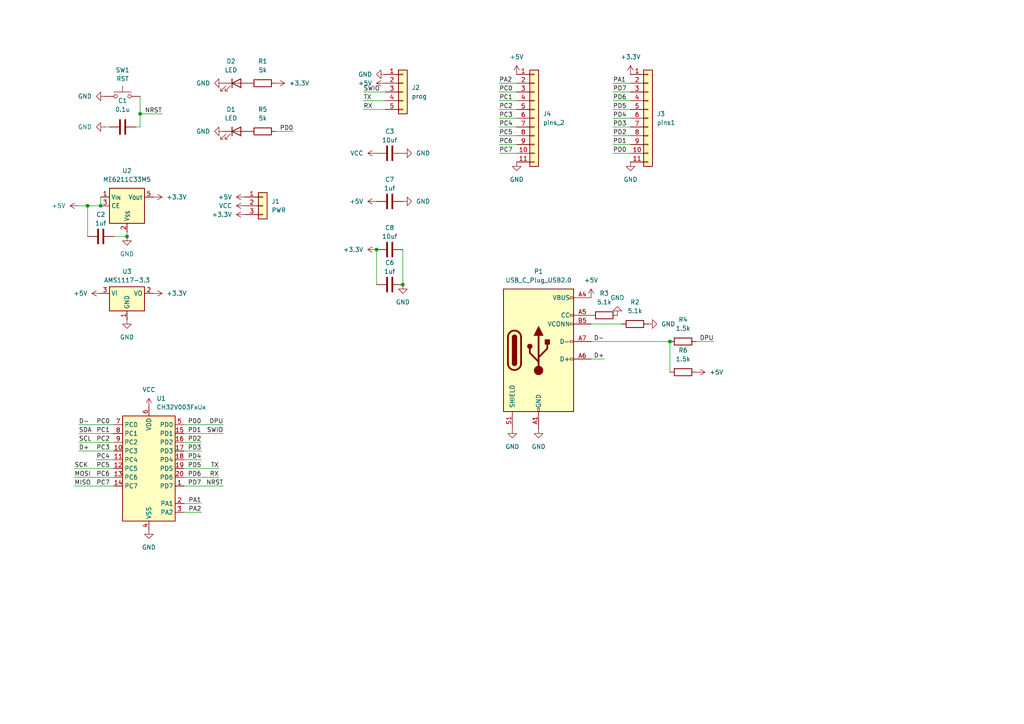
<source format=kicad_sch>
(kicad_sch
	(version 20231120)
	(generator "eeschema")
	(generator_version "8.0")
	(uuid "14f13bee-7016-45e7-b511-5160c390b04c")
	(paper "A4")
	(lib_symbols
		(symbol "Connector:USB_C_Plug_USB2.0"
			(pin_names
				(offset 1.016)
			)
			(exclude_from_sim no)
			(in_bom yes)
			(on_board yes)
			(property "Reference" "P"
				(at -10.16 19.05 0)
				(effects
					(font
						(size 1.27 1.27)
					)
					(justify left)
				)
			)
			(property "Value" "USB_C_Plug_USB2.0"
				(at 12.7 19.05 0)
				(effects
					(font
						(size 1.27 1.27)
					)
					(justify right)
				)
			)
			(property "Footprint" ""
				(at 3.81 0 0)
				(effects
					(font
						(size 1.27 1.27)
					)
					(hide yes)
				)
			)
			(property "Datasheet" "https://www.usb.org/sites/default/files/documents/usb_type-c.zip"
				(at 3.81 0 0)
				(effects
					(font
						(size 1.27 1.27)
					)
					(hide yes)
				)
			)
			(property "Description" "USB 2.0-only Type-C Plug connector"
				(at 0 0 0)
				(effects
					(font
						(size 1.27 1.27)
					)
					(hide yes)
				)
			)
			(property "ki_keywords" "usb universal serial bus type-C USB2.0"
				(at 0 0 0)
				(effects
					(font
						(size 1.27 1.27)
					)
					(hide yes)
				)
			)
			(property "ki_fp_filters" "USB*C*Plug*"
				(at 0 0 0)
				(effects
					(font
						(size 1.27 1.27)
					)
					(hide yes)
				)
			)
			(symbol "USB_C_Plug_USB2.0_0_0"
				(rectangle
					(start -0.254 -17.78)
					(end 0.254 -16.764)
					(stroke
						(width 0)
						(type default)
					)
					(fill
						(type none)
					)
				)
				(rectangle
					(start 10.16 -2.286)
					(end 9.144 -2.794)
					(stroke
						(width 0)
						(type default)
					)
					(fill
						(type none)
					)
				)
				(rectangle
					(start 10.16 2.794)
					(end 9.144 2.286)
					(stroke
						(width 0)
						(type default)
					)
					(fill
						(type none)
					)
				)
				(rectangle
					(start 10.16 7.874)
					(end 9.144 7.366)
					(stroke
						(width 0)
						(type default)
					)
					(fill
						(type none)
					)
				)
				(rectangle
					(start 10.16 10.414)
					(end 9.144 9.906)
					(stroke
						(width 0)
						(type default)
					)
					(fill
						(type none)
					)
				)
				(rectangle
					(start 10.16 15.494)
					(end 9.144 14.986)
					(stroke
						(width 0)
						(type default)
					)
					(fill
						(type none)
					)
				)
			)
			(symbol "USB_C_Plug_USB2.0_0_1"
				(rectangle
					(start -10.16 17.78)
					(end 10.16 -17.78)
					(stroke
						(width 0.254)
						(type default)
					)
					(fill
						(type background)
					)
				)
				(arc
					(start -8.89 -3.81)
					(mid -6.985 -5.7067)
					(end -5.08 -3.81)
					(stroke
						(width 0.508)
						(type default)
					)
					(fill
						(type none)
					)
				)
				(arc
					(start -7.62 -3.81)
					(mid -6.985 -4.4423)
					(end -6.35 -3.81)
					(stroke
						(width 0.254)
						(type default)
					)
					(fill
						(type none)
					)
				)
				(arc
					(start -7.62 -3.81)
					(mid -6.985 -4.4423)
					(end -6.35 -3.81)
					(stroke
						(width 0.254)
						(type default)
					)
					(fill
						(type outline)
					)
				)
				(rectangle
					(start -7.62 -3.81)
					(end -6.35 3.81)
					(stroke
						(width 0.254)
						(type default)
					)
					(fill
						(type outline)
					)
				)
				(arc
					(start -6.35 3.81)
					(mid -6.985 4.4423)
					(end -7.62 3.81)
					(stroke
						(width 0.254)
						(type default)
					)
					(fill
						(type none)
					)
				)
				(arc
					(start -6.35 3.81)
					(mid -6.985 4.4423)
					(end -7.62 3.81)
					(stroke
						(width 0.254)
						(type default)
					)
					(fill
						(type outline)
					)
				)
				(arc
					(start -5.08 3.81)
					(mid -6.985 5.7067)
					(end -8.89 3.81)
					(stroke
						(width 0.508)
						(type default)
					)
					(fill
						(type none)
					)
				)
				(circle
					(center -2.54 1.143)
					(radius 0.635)
					(stroke
						(width 0.254)
						(type default)
					)
					(fill
						(type outline)
					)
				)
				(circle
					(center 0 -5.842)
					(radius 1.27)
					(stroke
						(width 0)
						(type default)
					)
					(fill
						(type outline)
					)
				)
				(polyline
					(pts
						(xy -8.89 -3.81) (xy -8.89 3.81)
					)
					(stroke
						(width 0.508)
						(type default)
					)
					(fill
						(type none)
					)
				)
				(polyline
					(pts
						(xy -5.08 3.81) (xy -5.08 -3.81)
					)
					(stroke
						(width 0.508)
						(type default)
					)
					(fill
						(type none)
					)
				)
				(polyline
					(pts
						(xy 0 -5.842) (xy 0 4.318)
					)
					(stroke
						(width 0.508)
						(type default)
					)
					(fill
						(type none)
					)
				)
				(polyline
					(pts
						(xy 0 -3.302) (xy -2.54 -0.762) (xy -2.54 0.508)
					)
					(stroke
						(width 0.508)
						(type default)
					)
					(fill
						(type none)
					)
				)
				(polyline
					(pts
						(xy 0 -2.032) (xy 2.54 0.508) (xy 2.54 1.778)
					)
					(stroke
						(width 0.508)
						(type default)
					)
					(fill
						(type none)
					)
				)
				(polyline
					(pts
						(xy -1.27 4.318) (xy 0 6.858) (xy 1.27 4.318) (xy -1.27 4.318)
					)
					(stroke
						(width 0.254)
						(type default)
					)
					(fill
						(type outline)
					)
				)
				(rectangle
					(start 1.905 1.778)
					(end 3.175 3.048)
					(stroke
						(width 0.254)
						(type default)
					)
					(fill
						(type outline)
					)
				)
			)
			(symbol "USB_C_Plug_USB2.0_1_1"
				(pin passive line
					(at 0 -22.86 90)
					(length 5.08)
					(name "GND"
						(effects
							(font
								(size 1.27 1.27)
							)
						)
					)
					(number "A1"
						(effects
							(font
								(size 1.27 1.27)
							)
						)
					)
				)
				(pin passive line
					(at 0 -22.86 90)
					(length 5.08) hide
					(name "GND"
						(effects
							(font
								(size 1.27 1.27)
							)
						)
					)
					(number "A12"
						(effects
							(font
								(size 1.27 1.27)
							)
						)
					)
				)
				(pin passive line
					(at 15.24 15.24 180)
					(length 5.08)
					(name "VBUS"
						(effects
							(font
								(size 1.27 1.27)
							)
						)
					)
					(number "A4"
						(effects
							(font
								(size 1.27 1.27)
							)
						)
					)
				)
				(pin bidirectional line
					(at 15.24 10.16 180)
					(length 5.08)
					(name "CC"
						(effects
							(font
								(size 1.27 1.27)
							)
						)
					)
					(number "A5"
						(effects
							(font
								(size 1.27 1.27)
							)
						)
					)
				)
				(pin bidirectional line
					(at 15.24 -2.54 180)
					(length 5.08)
					(name "D+"
						(effects
							(font
								(size 1.27 1.27)
							)
						)
					)
					(number "A6"
						(effects
							(font
								(size 1.27 1.27)
							)
						)
					)
				)
				(pin bidirectional line
					(at 15.24 2.54 180)
					(length 5.08)
					(name "D-"
						(effects
							(font
								(size 1.27 1.27)
							)
						)
					)
					(number "A7"
						(effects
							(font
								(size 1.27 1.27)
							)
						)
					)
				)
				(pin passive line
					(at 15.24 15.24 180)
					(length 5.08) hide
					(name "VBUS"
						(effects
							(font
								(size 1.27 1.27)
							)
						)
					)
					(number "A9"
						(effects
							(font
								(size 1.27 1.27)
							)
						)
					)
				)
				(pin passive line
					(at 0 -22.86 90)
					(length 5.08) hide
					(name "GND"
						(effects
							(font
								(size 1.27 1.27)
							)
						)
					)
					(number "B1"
						(effects
							(font
								(size 1.27 1.27)
							)
						)
					)
				)
				(pin passive line
					(at 0 -22.86 90)
					(length 5.08) hide
					(name "GND"
						(effects
							(font
								(size 1.27 1.27)
							)
						)
					)
					(number "B12"
						(effects
							(font
								(size 1.27 1.27)
							)
						)
					)
				)
				(pin passive line
					(at 15.24 15.24 180)
					(length 5.08) hide
					(name "VBUS"
						(effects
							(font
								(size 1.27 1.27)
							)
						)
					)
					(number "B4"
						(effects
							(font
								(size 1.27 1.27)
							)
						)
					)
				)
				(pin bidirectional line
					(at 15.24 7.62 180)
					(length 5.08)
					(name "VCONN"
						(effects
							(font
								(size 1.27 1.27)
							)
						)
					)
					(number "B5"
						(effects
							(font
								(size 1.27 1.27)
							)
						)
					)
				)
				(pin passive line
					(at 15.24 15.24 180)
					(length 5.08) hide
					(name "VBUS"
						(effects
							(font
								(size 1.27 1.27)
							)
						)
					)
					(number "B9"
						(effects
							(font
								(size 1.27 1.27)
							)
						)
					)
				)
				(pin passive line
					(at -7.62 -22.86 90)
					(length 5.08)
					(name "SHIELD"
						(effects
							(font
								(size 1.27 1.27)
							)
						)
					)
					(number "S1"
						(effects
							(font
								(size 1.27 1.27)
							)
						)
					)
				)
			)
		)
		(symbol "Connector_Generic:Conn_01x03"
			(pin_names
				(offset 1.016) hide)
			(exclude_from_sim no)
			(in_bom yes)
			(on_board yes)
			(property "Reference" "J"
				(at 0 5.08 0)
				(effects
					(font
						(size 1.27 1.27)
					)
				)
			)
			(property "Value" "Conn_01x03"
				(at 0 -5.08 0)
				(effects
					(font
						(size 1.27 1.27)
					)
				)
			)
			(property "Footprint" ""
				(at 0 0 0)
				(effects
					(font
						(size 1.27 1.27)
					)
					(hide yes)
				)
			)
			(property "Datasheet" "~"
				(at 0 0 0)
				(effects
					(font
						(size 1.27 1.27)
					)
					(hide yes)
				)
			)
			(property "Description" "Generic connector, single row, 01x03, script generated (kicad-library-utils/schlib/autogen/connector/)"
				(at 0 0 0)
				(effects
					(font
						(size 1.27 1.27)
					)
					(hide yes)
				)
			)
			(property "ki_keywords" "connector"
				(at 0 0 0)
				(effects
					(font
						(size 1.27 1.27)
					)
					(hide yes)
				)
			)
			(property "ki_fp_filters" "Connector*:*_1x??_*"
				(at 0 0 0)
				(effects
					(font
						(size 1.27 1.27)
					)
					(hide yes)
				)
			)
			(symbol "Conn_01x03_1_1"
				(rectangle
					(start -1.27 -2.413)
					(end 0 -2.667)
					(stroke
						(width 0.1524)
						(type default)
					)
					(fill
						(type none)
					)
				)
				(rectangle
					(start -1.27 0.127)
					(end 0 -0.127)
					(stroke
						(width 0.1524)
						(type default)
					)
					(fill
						(type none)
					)
				)
				(rectangle
					(start -1.27 2.667)
					(end 0 2.413)
					(stroke
						(width 0.1524)
						(type default)
					)
					(fill
						(type none)
					)
				)
				(rectangle
					(start -1.27 3.81)
					(end 1.27 -3.81)
					(stroke
						(width 0.254)
						(type default)
					)
					(fill
						(type background)
					)
				)
				(pin passive line
					(at -5.08 2.54 0)
					(length 3.81)
					(name "Pin_1"
						(effects
							(font
								(size 1.27 1.27)
							)
						)
					)
					(number "1"
						(effects
							(font
								(size 1.27 1.27)
							)
						)
					)
				)
				(pin passive line
					(at -5.08 0 0)
					(length 3.81)
					(name "Pin_2"
						(effects
							(font
								(size 1.27 1.27)
							)
						)
					)
					(number "2"
						(effects
							(font
								(size 1.27 1.27)
							)
						)
					)
				)
				(pin passive line
					(at -5.08 -2.54 0)
					(length 3.81)
					(name "Pin_3"
						(effects
							(font
								(size 1.27 1.27)
							)
						)
					)
					(number "3"
						(effects
							(font
								(size 1.27 1.27)
							)
						)
					)
				)
			)
		)
		(symbol "Connector_Generic:Conn_01x05"
			(pin_names
				(offset 1.016) hide)
			(exclude_from_sim no)
			(in_bom yes)
			(on_board yes)
			(property "Reference" "J"
				(at 0 7.62 0)
				(effects
					(font
						(size 1.27 1.27)
					)
				)
			)
			(property "Value" "Conn_01x05"
				(at 0 -7.62 0)
				(effects
					(font
						(size 1.27 1.27)
					)
				)
			)
			(property "Footprint" ""
				(at 0 0 0)
				(effects
					(font
						(size 1.27 1.27)
					)
					(hide yes)
				)
			)
			(property "Datasheet" "~"
				(at 0 0 0)
				(effects
					(font
						(size 1.27 1.27)
					)
					(hide yes)
				)
			)
			(property "Description" "Generic connector, single row, 01x05, script generated (kicad-library-utils/schlib/autogen/connector/)"
				(at 0 0 0)
				(effects
					(font
						(size 1.27 1.27)
					)
					(hide yes)
				)
			)
			(property "ki_keywords" "connector"
				(at 0 0 0)
				(effects
					(font
						(size 1.27 1.27)
					)
					(hide yes)
				)
			)
			(property "ki_fp_filters" "Connector*:*_1x??_*"
				(at 0 0 0)
				(effects
					(font
						(size 1.27 1.27)
					)
					(hide yes)
				)
			)
			(symbol "Conn_01x05_1_1"
				(rectangle
					(start -1.27 -4.953)
					(end 0 -5.207)
					(stroke
						(width 0.1524)
						(type default)
					)
					(fill
						(type none)
					)
				)
				(rectangle
					(start -1.27 -2.413)
					(end 0 -2.667)
					(stroke
						(width 0.1524)
						(type default)
					)
					(fill
						(type none)
					)
				)
				(rectangle
					(start -1.27 0.127)
					(end 0 -0.127)
					(stroke
						(width 0.1524)
						(type default)
					)
					(fill
						(type none)
					)
				)
				(rectangle
					(start -1.27 2.667)
					(end 0 2.413)
					(stroke
						(width 0.1524)
						(type default)
					)
					(fill
						(type none)
					)
				)
				(rectangle
					(start -1.27 5.207)
					(end 0 4.953)
					(stroke
						(width 0.1524)
						(type default)
					)
					(fill
						(type none)
					)
				)
				(rectangle
					(start -1.27 6.35)
					(end 1.27 -6.35)
					(stroke
						(width 0.254)
						(type default)
					)
					(fill
						(type background)
					)
				)
				(pin passive line
					(at -5.08 5.08 0)
					(length 3.81)
					(name "Pin_1"
						(effects
							(font
								(size 1.27 1.27)
							)
						)
					)
					(number "1"
						(effects
							(font
								(size 1.27 1.27)
							)
						)
					)
				)
				(pin passive line
					(at -5.08 2.54 0)
					(length 3.81)
					(name "Pin_2"
						(effects
							(font
								(size 1.27 1.27)
							)
						)
					)
					(number "2"
						(effects
							(font
								(size 1.27 1.27)
							)
						)
					)
				)
				(pin passive line
					(at -5.08 0 0)
					(length 3.81)
					(name "Pin_3"
						(effects
							(font
								(size 1.27 1.27)
							)
						)
					)
					(number "3"
						(effects
							(font
								(size 1.27 1.27)
							)
						)
					)
				)
				(pin passive line
					(at -5.08 -2.54 0)
					(length 3.81)
					(name "Pin_4"
						(effects
							(font
								(size 1.27 1.27)
							)
						)
					)
					(number "4"
						(effects
							(font
								(size 1.27 1.27)
							)
						)
					)
				)
				(pin passive line
					(at -5.08 -5.08 0)
					(length 3.81)
					(name "Pin_5"
						(effects
							(font
								(size 1.27 1.27)
							)
						)
					)
					(number "5"
						(effects
							(font
								(size 1.27 1.27)
							)
						)
					)
				)
			)
		)
		(symbol "Connector_Generic:Conn_01x11"
			(pin_names
				(offset 1.016) hide)
			(exclude_from_sim no)
			(in_bom yes)
			(on_board yes)
			(property "Reference" "J"
				(at 0 15.24 0)
				(effects
					(font
						(size 1.27 1.27)
					)
				)
			)
			(property "Value" "Conn_01x11"
				(at 0 -15.24 0)
				(effects
					(font
						(size 1.27 1.27)
					)
				)
			)
			(property "Footprint" ""
				(at 0 0 0)
				(effects
					(font
						(size 1.27 1.27)
					)
					(hide yes)
				)
			)
			(property "Datasheet" "~"
				(at 0 0 0)
				(effects
					(font
						(size 1.27 1.27)
					)
					(hide yes)
				)
			)
			(property "Description" "Generic connector, single row, 01x11, script generated (kicad-library-utils/schlib/autogen/connector/)"
				(at 0 0 0)
				(effects
					(font
						(size 1.27 1.27)
					)
					(hide yes)
				)
			)
			(property "ki_keywords" "connector"
				(at 0 0 0)
				(effects
					(font
						(size 1.27 1.27)
					)
					(hide yes)
				)
			)
			(property "ki_fp_filters" "Connector*:*_1x??_*"
				(at 0 0 0)
				(effects
					(font
						(size 1.27 1.27)
					)
					(hide yes)
				)
			)
			(symbol "Conn_01x11_1_1"
				(rectangle
					(start -1.27 -12.573)
					(end 0 -12.827)
					(stroke
						(width 0.1524)
						(type default)
					)
					(fill
						(type none)
					)
				)
				(rectangle
					(start -1.27 -10.033)
					(end 0 -10.287)
					(stroke
						(width 0.1524)
						(type default)
					)
					(fill
						(type none)
					)
				)
				(rectangle
					(start -1.27 -7.493)
					(end 0 -7.747)
					(stroke
						(width 0.1524)
						(type default)
					)
					(fill
						(type none)
					)
				)
				(rectangle
					(start -1.27 -4.953)
					(end 0 -5.207)
					(stroke
						(width 0.1524)
						(type default)
					)
					(fill
						(type none)
					)
				)
				(rectangle
					(start -1.27 -2.413)
					(end 0 -2.667)
					(stroke
						(width 0.1524)
						(type default)
					)
					(fill
						(type none)
					)
				)
				(rectangle
					(start -1.27 0.127)
					(end 0 -0.127)
					(stroke
						(width 0.1524)
						(type default)
					)
					(fill
						(type none)
					)
				)
				(rectangle
					(start -1.27 2.667)
					(end 0 2.413)
					(stroke
						(width 0.1524)
						(type default)
					)
					(fill
						(type none)
					)
				)
				(rectangle
					(start -1.27 5.207)
					(end 0 4.953)
					(stroke
						(width 0.1524)
						(type default)
					)
					(fill
						(type none)
					)
				)
				(rectangle
					(start -1.27 7.747)
					(end 0 7.493)
					(stroke
						(width 0.1524)
						(type default)
					)
					(fill
						(type none)
					)
				)
				(rectangle
					(start -1.27 10.287)
					(end 0 10.033)
					(stroke
						(width 0.1524)
						(type default)
					)
					(fill
						(type none)
					)
				)
				(rectangle
					(start -1.27 12.827)
					(end 0 12.573)
					(stroke
						(width 0.1524)
						(type default)
					)
					(fill
						(type none)
					)
				)
				(rectangle
					(start -1.27 13.97)
					(end 1.27 -13.97)
					(stroke
						(width 0.254)
						(type default)
					)
					(fill
						(type background)
					)
				)
				(pin passive line
					(at -5.08 12.7 0)
					(length 3.81)
					(name "Pin_1"
						(effects
							(font
								(size 1.27 1.27)
							)
						)
					)
					(number "1"
						(effects
							(font
								(size 1.27 1.27)
							)
						)
					)
				)
				(pin passive line
					(at -5.08 -10.16 0)
					(length 3.81)
					(name "Pin_10"
						(effects
							(font
								(size 1.27 1.27)
							)
						)
					)
					(number "10"
						(effects
							(font
								(size 1.27 1.27)
							)
						)
					)
				)
				(pin passive line
					(at -5.08 -12.7 0)
					(length 3.81)
					(name "Pin_11"
						(effects
							(font
								(size 1.27 1.27)
							)
						)
					)
					(number "11"
						(effects
							(font
								(size 1.27 1.27)
							)
						)
					)
				)
				(pin passive line
					(at -5.08 10.16 0)
					(length 3.81)
					(name "Pin_2"
						(effects
							(font
								(size 1.27 1.27)
							)
						)
					)
					(number "2"
						(effects
							(font
								(size 1.27 1.27)
							)
						)
					)
				)
				(pin passive line
					(at -5.08 7.62 0)
					(length 3.81)
					(name "Pin_3"
						(effects
							(font
								(size 1.27 1.27)
							)
						)
					)
					(number "3"
						(effects
							(font
								(size 1.27 1.27)
							)
						)
					)
				)
				(pin passive line
					(at -5.08 5.08 0)
					(length 3.81)
					(name "Pin_4"
						(effects
							(font
								(size 1.27 1.27)
							)
						)
					)
					(number "4"
						(effects
							(font
								(size 1.27 1.27)
							)
						)
					)
				)
				(pin passive line
					(at -5.08 2.54 0)
					(length 3.81)
					(name "Pin_5"
						(effects
							(font
								(size 1.27 1.27)
							)
						)
					)
					(number "5"
						(effects
							(font
								(size 1.27 1.27)
							)
						)
					)
				)
				(pin passive line
					(at -5.08 0 0)
					(length 3.81)
					(name "Pin_6"
						(effects
							(font
								(size 1.27 1.27)
							)
						)
					)
					(number "6"
						(effects
							(font
								(size 1.27 1.27)
							)
						)
					)
				)
				(pin passive line
					(at -5.08 -2.54 0)
					(length 3.81)
					(name "Pin_7"
						(effects
							(font
								(size 1.27 1.27)
							)
						)
					)
					(number "7"
						(effects
							(font
								(size 1.27 1.27)
							)
						)
					)
				)
				(pin passive line
					(at -5.08 -5.08 0)
					(length 3.81)
					(name "Pin_8"
						(effects
							(font
								(size 1.27 1.27)
							)
						)
					)
					(number "8"
						(effects
							(font
								(size 1.27 1.27)
							)
						)
					)
				)
				(pin passive line
					(at -5.08 -7.62 0)
					(length 3.81)
					(name "Pin_9"
						(effects
							(font
								(size 1.27 1.27)
							)
						)
					)
					(number "9"
						(effects
							(font
								(size 1.27 1.27)
							)
						)
					)
				)
			)
		)
		(symbol "Device:C"
			(pin_numbers hide)
			(pin_names
				(offset 0.254)
			)
			(exclude_from_sim no)
			(in_bom yes)
			(on_board yes)
			(property "Reference" "C"
				(at 0.635 2.54 0)
				(effects
					(font
						(size 1.27 1.27)
					)
					(justify left)
				)
			)
			(property "Value" "C"
				(at 0.635 -2.54 0)
				(effects
					(font
						(size 1.27 1.27)
					)
					(justify left)
				)
			)
			(property "Footprint" ""
				(at 0.9652 -3.81 0)
				(effects
					(font
						(size 1.27 1.27)
					)
					(hide yes)
				)
			)
			(property "Datasheet" "~"
				(at 0 0 0)
				(effects
					(font
						(size 1.27 1.27)
					)
					(hide yes)
				)
			)
			(property "Description" "Unpolarized capacitor"
				(at 0 0 0)
				(effects
					(font
						(size 1.27 1.27)
					)
					(hide yes)
				)
			)
			(property "ki_keywords" "cap capacitor"
				(at 0 0 0)
				(effects
					(font
						(size 1.27 1.27)
					)
					(hide yes)
				)
			)
			(property "ki_fp_filters" "C_*"
				(at 0 0 0)
				(effects
					(font
						(size 1.27 1.27)
					)
					(hide yes)
				)
			)
			(symbol "C_0_1"
				(polyline
					(pts
						(xy -2.032 -0.762) (xy 2.032 -0.762)
					)
					(stroke
						(width 0.508)
						(type default)
					)
					(fill
						(type none)
					)
				)
				(polyline
					(pts
						(xy -2.032 0.762) (xy 2.032 0.762)
					)
					(stroke
						(width 0.508)
						(type default)
					)
					(fill
						(type none)
					)
				)
			)
			(symbol "C_1_1"
				(pin passive line
					(at 0 3.81 270)
					(length 2.794)
					(name "~"
						(effects
							(font
								(size 1.27 1.27)
							)
						)
					)
					(number "1"
						(effects
							(font
								(size 1.27 1.27)
							)
						)
					)
				)
				(pin passive line
					(at 0 -3.81 90)
					(length 2.794)
					(name "~"
						(effects
							(font
								(size 1.27 1.27)
							)
						)
					)
					(number "2"
						(effects
							(font
								(size 1.27 1.27)
							)
						)
					)
				)
			)
		)
		(symbol "Device:LED"
			(pin_numbers hide)
			(pin_names
				(offset 1.016) hide)
			(exclude_from_sim no)
			(in_bom yes)
			(on_board yes)
			(property "Reference" "D"
				(at 0 2.54 0)
				(effects
					(font
						(size 1.27 1.27)
					)
				)
			)
			(property "Value" "LED"
				(at 0 -2.54 0)
				(effects
					(font
						(size 1.27 1.27)
					)
				)
			)
			(property "Footprint" ""
				(at 0 0 0)
				(effects
					(font
						(size 1.27 1.27)
					)
					(hide yes)
				)
			)
			(property "Datasheet" "~"
				(at 0 0 0)
				(effects
					(font
						(size 1.27 1.27)
					)
					(hide yes)
				)
			)
			(property "Description" "Light emitting diode"
				(at 0 0 0)
				(effects
					(font
						(size 1.27 1.27)
					)
					(hide yes)
				)
			)
			(property "ki_keywords" "LED diode"
				(at 0 0 0)
				(effects
					(font
						(size 1.27 1.27)
					)
					(hide yes)
				)
			)
			(property "ki_fp_filters" "LED* LED_SMD:* LED_THT:*"
				(at 0 0 0)
				(effects
					(font
						(size 1.27 1.27)
					)
					(hide yes)
				)
			)
			(symbol "LED_0_1"
				(polyline
					(pts
						(xy -1.27 -1.27) (xy -1.27 1.27)
					)
					(stroke
						(width 0.254)
						(type default)
					)
					(fill
						(type none)
					)
				)
				(polyline
					(pts
						(xy -1.27 0) (xy 1.27 0)
					)
					(stroke
						(width 0)
						(type default)
					)
					(fill
						(type none)
					)
				)
				(polyline
					(pts
						(xy 1.27 -1.27) (xy 1.27 1.27) (xy -1.27 0) (xy 1.27 -1.27)
					)
					(stroke
						(width 0.254)
						(type default)
					)
					(fill
						(type none)
					)
				)
				(polyline
					(pts
						(xy -3.048 -0.762) (xy -4.572 -2.286) (xy -3.81 -2.286) (xy -4.572 -2.286) (xy -4.572 -1.524)
					)
					(stroke
						(width 0)
						(type default)
					)
					(fill
						(type none)
					)
				)
				(polyline
					(pts
						(xy -1.778 -0.762) (xy -3.302 -2.286) (xy -2.54 -2.286) (xy -3.302 -2.286) (xy -3.302 -1.524)
					)
					(stroke
						(width 0)
						(type default)
					)
					(fill
						(type none)
					)
				)
			)
			(symbol "LED_1_1"
				(pin passive line
					(at -3.81 0 0)
					(length 2.54)
					(name "K"
						(effects
							(font
								(size 1.27 1.27)
							)
						)
					)
					(number "1"
						(effects
							(font
								(size 1.27 1.27)
							)
						)
					)
				)
				(pin passive line
					(at 3.81 0 180)
					(length 2.54)
					(name "A"
						(effects
							(font
								(size 1.27 1.27)
							)
						)
					)
					(number "2"
						(effects
							(font
								(size 1.27 1.27)
							)
						)
					)
				)
			)
		)
		(symbol "Device:R"
			(pin_numbers hide)
			(pin_names
				(offset 0)
			)
			(exclude_from_sim no)
			(in_bom yes)
			(on_board yes)
			(property "Reference" "R"
				(at 2.032 0 90)
				(effects
					(font
						(size 1.27 1.27)
					)
				)
			)
			(property "Value" "R"
				(at 0 0 90)
				(effects
					(font
						(size 1.27 1.27)
					)
				)
			)
			(property "Footprint" ""
				(at -1.778 0 90)
				(effects
					(font
						(size 1.27 1.27)
					)
					(hide yes)
				)
			)
			(property "Datasheet" "~"
				(at 0 0 0)
				(effects
					(font
						(size 1.27 1.27)
					)
					(hide yes)
				)
			)
			(property "Description" "Resistor"
				(at 0 0 0)
				(effects
					(font
						(size 1.27 1.27)
					)
					(hide yes)
				)
			)
			(property "ki_keywords" "R res resistor"
				(at 0 0 0)
				(effects
					(font
						(size 1.27 1.27)
					)
					(hide yes)
				)
			)
			(property "ki_fp_filters" "R_*"
				(at 0 0 0)
				(effects
					(font
						(size 1.27 1.27)
					)
					(hide yes)
				)
			)
			(symbol "R_0_1"
				(rectangle
					(start -1.016 -2.54)
					(end 1.016 2.54)
					(stroke
						(width 0.254)
						(type default)
					)
					(fill
						(type none)
					)
				)
			)
			(symbol "R_1_1"
				(pin passive line
					(at 0 3.81 270)
					(length 1.27)
					(name "~"
						(effects
							(font
								(size 1.27 1.27)
							)
						)
					)
					(number "1"
						(effects
							(font
								(size 1.27 1.27)
							)
						)
					)
				)
				(pin passive line
					(at 0 -3.81 90)
					(length 1.27)
					(name "~"
						(effects
							(font
								(size 1.27 1.27)
							)
						)
					)
					(number "2"
						(effects
							(font
								(size 1.27 1.27)
							)
						)
					)
				)
			)
		)
		(symbol "MCU_WCH_CH32V0:CH32V003FxUx"
			(exclude_from_sim no)
			(in_bom yes)
			(on_board yes)
			(property "Reference" "U"
				(at -7.62 17.78 0)
				(effects
					(font
						(size 1.27 1.27)
					)
				)
			)
			(property "Value" "CH32V003FxUx"
				(at 7.62 17.78 0)
				(effects
					(font
						(size 1.27 1.27)
					)
				)
			)
			(property "Footprint" "Package_DFN_QFN:QFN-20-1EP_3x3mm_P0.4mm_EP1.65x1.65mm"
				(at -1.27 0 0)
				(effects
					(font
						(size 1.27 1.27)
					)
					(hide yes)
				)
			)
			(property "Datasheet" "https://www.wch-ic.com/products/CH32V003.html"
				(at -1.27 0 0)
				(effects
					(font
						(size 1.27 1.27)
					)
					(hide yes)
				)
			)
			(property "Description" "CH32V003 series are industrial-grade general-purpose microcontrollers designed based on 32-bit RISC-V instruction set and architecture. It adopts QingKe V2A core, RV32EC instruction set, and supports 2 levels of interrupt nesting. The series are mounted with rich peripheral interfaces and function modules. Its internal organizational structure meets the low-cost and low-power embedded application scenarios."
				(at 0 0 0)
				(effects
					(font
						(size 1.27 1.27)
					)
					(hide yes)
				)
			)
			(property "ki_keywords" "microcontroller wch RISC-V"
				(at 0 0 0)
				(effects
					(font
						(size 1.27 1.27)
					)
					(hide yes)
				)
			)
			(property "ki_fp_filters" "QFN*1EP*3x3mm*P0.4mm*EP1.65x1.65mm*"
				(at 0 0 0)
				(effects
					(font
						(size 1.27 1.27)
					)
					(hide yes)
				)
			)
			(symbol "CH32V003FxUx_1_1"
				(rectangle
					(start -7.62 15.24)
					(end 7.62 -15.24)
					(stroke
						(width 0.254)
						(type default)
					)
					(fill
						(type background)
					)
				)
				(pin bidirectional line
					(at 10.16 -5.08 180)
					(length 2.54)
					(name "PD7"
						(effects
							(font
								(size 1.27 1.27)
							)
						)
					)
					(number "1"
						(effects
							(font
								(size 1.27 1.27)
							)
						)
					)
					(alternate "NRST" bidirectional line)
					(alternate "OPP1" bidirectional line)
					(alternate "T2CH4" bidirectional line)
					(alternate "T2CH4_2" bidirectional line)
					(alternate "UCK_1" bidirectional line)
					(alternate "UCK_2" bidirectional line)
				)
				(pin bidirectional line
					(at -10.16 5.08 0)
					(length 2.54)
					(name "PC3"
						(effects
							(font
								(size 1.27 1.27)
							)
						)
					)
					(number "10"
						(effects
							(font
								(size 1.27 1.27)
							)
						)
					)
					(alternate "T1CH1N_1" bidirectional line)
					(alternate "T1CH1N_3" bidirectional line)
					(alternate "T1CH3" bidirectional line)
					(alternate "T1CH3_2" bidirectional line)
					(alternate "UCTS_1" bidirectional line)
				)
				(pin bidirectional line
					(at -10.16 2.54 0)
					(length 2.54)
					(name "PC4"
						(effects
							(font
								(size 1.27 1.27)
							)
						)
					)
					(number "11"
						(effects
							(font
								(size 1.27 1.27)
							)
						)
					)
					(alternate "A2" bidirectional line)
					(alternate "MCO" bidirectional line)
					(alternate "T1CH1_3" bidirectional line)
					(alternate "T1CH2N_1" bidirectional line)
					(alternate "T1CH4" bidirectional line)
					(alternate "T1CH4_2" bidirectional line)
				)
				(pin bidirectional line
					(at -10.16 0 0)
					(length 2.54)
					(name "PC5"
						(effects
							(font
								(size 1.27 1.27)
							)
						)
					)
					(number "12"
						(effects
							(font
								(size 1.27 1.27)
							)
						)
					)
					(alternate "SCK" bidirectional line)
					(alternate "SCK_1" bidirectional line)
					(alternate "SCL_2" bidirectional line)
					(alternate "SCL_3" bidirectional line)
					(alternate "T1CH3_3" bidirectional line)
					(alternate "T1ETR" bidirectional line)
					(alternate "T1ETR_1" bidirectional line)
					(alternate "T2CH1ETR_1" bidirectional line)
					(alternate "UCK_3" bidirectional line)
				)
				(pin bidirectional line
					(at -10.16 -2.54 0)
					(length 2.54)
					(name "PC6"
						(effects
							(font
								(size 1.27 1.27)
							)
						)
					)
					(number "13"
						(effects
							(font
								(size 1.27 1.27)
							)
						)
					)
					(alternate "MOSI" bidirectional line)
					(alternate "MOSI_1" bidirectional line)
					(alternate "SDA_2" bidirectional line)
					(alternate "SDA_3" bidirectional line)
					(alternate "T1CH1_1" bidirectional line)
					(alternate "T1CH3N_3" bidirectional line)
					(alternate "UCTS_2" bidirectional line)
					(alternate "UCTS_3" bidirectional line)
				)
				(pin bidirectional line
					(at -10.16 -5.08 0)
					(length 2.54)
					(name "PC7"
						(effects
							(font
								(size 1.27 1.27)
							)
						)
					)
					(number "14"
						(effects
							(font
								(size 1.27 1.27)
							)
						)
					)
					(alternate "MISO" bidirectional line)
					(alternate "MISO_1" bidirectional line)
					(alternate "T1CH2_1" bidirectional line)
					(alternate "T1CH2_3" bidirectional line)
					(alternate "T2CH2_3" bidirectional line)
					(alternate "URTS_2" bidirectional line)
					(alternate "URTS_3" bidirectional line)
				)
				(pin bidirectional line
					(at 10.16 10.16 180)
					(length 2.54)
					(name "PD1"
						(effects
							(font
								(size 1.27 1.27)
							)
						)
					)
					(number "15"
						(effects
							(font
								(size 1.27 1.27)
							)
						)
					)
					(alternate "AETR2" bidirectional line)
					(alternate "SCL_1" bidirectional line)
					(alternate "SWIO" bidirectional line)
					(alternate "T1CH3N" bidirectional line)
					(alternate "T1CH3N_1" bidirectional line)
					(alternate "T1CH3N_2" bidirectional line)
					(alternate "URX_1" bidirectional line)
				)
				(pin bidirectional line
					(at 10.16 7.62 180)
					(length 2.54)
					(name "PD2"
						(effects
							(font
								(size 1.27 1.27)
							)
						)
					)
					(number "16"
						(effects
							(font
								(size 1.27 1.27)
							)
						)
					)
					(alternate "A3" bidirectional line)
					(alternate "T1CH1" bidirectional line)
					(alternate "T1CH1_2" bidirectional line)
					(alternate "T1CH2N_3" bidirectional line)
					(alternate "T2CH3_1" bidirectional line)
				)
				(pin bidirectional line
					(at 10.16 5.08 180)
					(length 2.54)
					(name "PD3"
						(effects
							(font
								(size 1.27 1.27)
							)
						)
					)
					(number "17"
						(effects
							(font
								(size 1.27 1.27)
							)
						)
					)
					(alternate "A4" bidirectional line)
					(alternate "AETR" bidirectional line)
					(alternate "T1CH4_1" bidirectional line)
					(alternate "T2CH2" bidirectional line)
					(alternate "T2CH2_2" bidirectional line)
					(alternate "UCTS" bidirectional line)
				)
				(pin bidirectional line
					(at 10.16 2.54 180)
					(length 2.54)
					(name "PD4"
						(effects
							(font
								(size 1.27 1.27)
							)
						)
					)
					(number "18"
						(effects
							(font
								(size 1.27 1.27)
							)
						)
					)
					(alternate "A7" bidirectional line)
					(alternate "OPO" bidirectional line)
					(alternate "T1CH4_3" bidirectional line)
					(alternate "T2CH1ETR" bidirectional line)
					(alternate "TIETR_2" bidirectional line)
					(alternate "UCK" bidirectional line)
				)
				(pin bidirectional line
					(at 10.16 0 180)
					(length 2.54)
					(name "PD5"
						(effects
							(font
								(size 1.27 1.27)
							)
						)
					)
					(number "19"
						(effects
							(font
								(size 1.27 1.27)
							)
						)
					)
					(alternate "A5" bidirectional line)
					(alternate "T2CH4_3" bidirectional line)
					(alternate "URX_2" bidirectional line)
					(alternate "UTX" bidirectional line)
				)
				(pin bidirectional line
					(at 10.16 -10.16 180)
					(length 2.54)
					(name "PA1"
						(effects
							(font
								(size 1.27 1.27)
							)
						)
					)
					(number "2"
						(effects
							(font
								(size 1.27 1.27)
							)
						)
					)
					(alternate "A1" bidirectional line)
					(alternate "OPN0" bidirectional line)
					(alternate "OSCI" bidirectional line)
					(alternate "T1CH2" bidirectional line)
					(alternate "T1CH2_2" bidirectional line)
				)
				(pin bidirectional line
					(at 10.16 -2.54 180)
					(length 2.54)
					(name "PD6"
						(effects
							(font
								(size 1.27 1.27)
							)
						)
					)
					(number "20"
						(effects
							(font
								(size 1.27 1.27)
							)
						)
					)
					(alternate "A6" bidirectional line)
					(alternate "T2CH3_3" bidirectional line)
					(alternate "URX" bidirectional line)
					(alternate "UTX_2" bidirectional line)
				)
				(pin passive line
					(at 0 -17.78 90)
					(length 2.54) hide
					(name "VSS"
						(effects
							(font
								(size 1.27 1.27)
							)
						)
					)
					(number "21"
						(effects
							(font
								(size 1.27 1.27)
							)
						)
					)
				)
				(pin bidirectional line
					(at 10.16 -12.7 180)
					(length 2.54)
					(name "PA2"
						(effects
							(font
								(size 1.27 1.27)
							)
						)
					)
					(number "3"
						(effects
							(font
								(size 1.27 1.27)
							)
						)
					)
					(alternate "A0" bidirectional line)
					(alternate "AETR2_1" bidirectional line)
					(alternate "OPP0" bidirectional line)
					(alternate "OSCO" bidirectional line)
					(alternate "TICH2N" bidirectional line)
					(alternate "TICH2N_2" bidirectional line)
				)
				(pin power_in line
					(at 0 -17.78 90)
					(length 2.54)
					(name "VSS"
						(effects
							(font
								(size 1.27 1.27)
							)
						)
					)
					(number "4"
						(effects
							(font
								(size 1.27 1.27)
							)
						)
					)
				)
				(pin bidirectional line
					(at 10.16 12.7 180)
					(length 2.54)
					(name "PD0"
						(effects
							(font
								(size 1.27 1.27)
							)
						)
					)
					(number "5"
						(effects
							(font
								(size 1.27 1.27)
							)
						)
					)
					(alternate "OPN1" bidirectional line)
					(alternate "SDA_1" bidirectional line)
					(alternate "TICH1N" bidirectional line)
					(alternate "TICH1N_2" bidirectional line)
					(alternate "UTX_1" bidirectional line)
				)
				(pin power_in line
					(at 0 17.78 270)
					(length 2.54)
					(name "VDD"
						(effects
							(font
								(size 1.27 1.27)
							)
						)
					)
					(number "6"
						(effects
							(font
								(size 1.27 1.27)
							)
						)
					)
				)
				(pin bidirectional line
					(at -10.16 12.7 0)
					(length 2.54)
					(name "PC0"
						(effects
							(font
								(size 1.27 1.27)
							)
						)
					)
					(number "7"
						(effects
							(font
								(size 1.27 1.27)
							)
						)
					)
					(alternate "NSS_1" bidirectional line)
					(alternate "T1CH3_1" bidirectional line)
					(alternate "T2CH3" bidirectional line)
					(alternate "T2CH3_2" bidirectional line)
					(alternate "UTX_3" bidirectional line)
				)
				(pin bidirectional line
					(at -10.16 10.16 0)
					(length 2.54)
					(name "PC1"
						(effects
							(font
								(size 1.27 1.27)
							)
						)
					)
					(number "8"
						(effects
							(font
								(size 1.27 1.27)
							)
						)
					)
					(alternate "NSS" bidirectional line)
					(alternate "SDA" bidirectional line)
					(alternate "T1BKIN_1" bidirectional line)
					(alternate "T1BKIN_3" bidirectional line)
					(alternate "T2CH1ETR_2" bidirectional line)
					(alternate "T2CH1ETR_3" bidirectional line)
					(alternate "T2CH4_1" bidirectional line)
					(alternate "URX_3" bidirectional line)
				)
				(pin bidirectional line
					(at -10.16 7.62 0)
					(length 2.54)
					(name "PC2"
						(effects
							(font
								(size 1.27 1.27)
							)
						)
					)
					(number "9"
						(effects
							(font
								(size 1.27 1.27)
							)
						)
					)
					(alternate "AETR_1" bidirectional line)
					(alternate "SCL" bidirectional line)
					(alternate "T1BKIN" bidirectional line)
					(alternate "T1BKIN_2" bidirectional line)
					(alternate "T1ETR_3" bidirectional line)
					(alternate "T2CH2_1" bidirectional line)
					(alternate "URTS" bidirectional line)
					(alternate "URTS_1" bidirectional line)
				)
			)
		)
		(symbol "Regulator_Linear:AMS1117-3.3"
			(exclude_from_sim no)
			(in_bom yes)
			(on_board yes)
			(property "Reference" "U"
				(at -3.81 3.175 0)
				(effects
					(font
						(size 1.27 1.27)
					)
				)
			)
			(property "Value" "AMS1117-3.3"
				(at 0 3.175 0)
				(effects
					(font
						(size 1.27 1.27)
					)
					(justify left)
				)
			)
			(property "Footprint" "Package_TO_SOT_SMD:SOT-223-3_TabPin2"
				(at 0 5.08 0)
				(effects
					(font
						(size 1.27 1.27)
					)
					(hide yes)
				)
			)
			(property "Datasheet" "http://www.advanced-monolithic.com/pdf/ds1117.pdf"
				(at 2.54 -6.35 0)
				(effects
					(font
						(size 1.27 1.27)
					)
					(hide yes)
				)
			)
			(property "Description" "1A Low Dropout regulator, positive, 3.3V fixed output, SOT-223"
				(at 0 0 0)
				(effects
					(font
						(size 1.27 1.27)
					)
					(hide yes)
				)
			)
			(property "ki_keywords" "linear regulator ldo fixed positive"
				(at 0 0 0)
				(effects
					(font
						(size 1.27 1.27)
					)
					(hide yes)
				)
			)
			(property "ki_fp_filters" "SOT?223*TabPin2*"
				(at 0 0 0)
				(effects
					(font
						(size 1.27 1.27)
					)
					(hide yes)
				)
			)
			(symbol "AMS1117-3.3_0_1"
				(rectangle
					(start -5.08 -5.08)
					(end 5.08 1.905)
					(stroke
						(width 0.254)
						(type default)
					)
					(fill
						(type background)
					)
				)
			)
			(symbol "AMS1117-3.3_1_1"
				(pin power_in line
					(at 0 -7.62 90)
					(length 2.54)
					(name "GND"
						(effects
							(font
								(size 1.27 1.27)
							)
						)
					)
					(number "1"
						(effects
							(font
								(size 1.27 1.27)
							)
						)
					)
				)
				(pin power_out line
					(at 7.62 0 180)
					(length 2.54)
					(name "VO"
						(effects
							(font
								(size 1.27 1.27)
							)
						)
					)
					(number "2"
						(effects
							(font
								(size 1.27 1.27)
							)
						)
					)
				)
				(pin power_in line
					(at -7.62 0 0)
					(length 2.54)
					(name "VI"
						(effects
							(font
								(size 1.27 1.27)
							)
						)
					)
					(number "3"
						(effects
							(font
								(size 1.27 1.27)
							)
						)
					)
				)
			)
		)
		(symbol "Regulator_Linear:ME6211C33M5"
			(exclude_from_sim no)
			(in_bom yes)
			(on_board yes)
			(property "Reference" "U"
				(at -4.572 6.35 0)
				(effects
					(font
						(size 1.27 1.27)
					)
				)
			)
			(property "Value" "ME6211C33M5"
				(at 10.16 8.636 0)
				(effects
					(font
						(size 1.27 1.27)
					)
				)
			)
			(property "Footprint" "Package_TO_SOT_SMD:SOT-23-5"
				(at -0.508 -13.462 0)
				(effects
					(font
						(size 1.27 1.27)
					)
					(hide yes)
				)
			)
			(property "Datasheet" "https://www.lcsc.com/datasheet/lcsc_datasheet_2304140030_MICRONE-Nanjing-Micro-One-Elec-ME6211C33R5G_C235316.pdf"
				(at 0.254 -17.018 0)
				(effects
					(font
						(size 1.27 1.27)
					)
					(hide yes)
				)
			)
			(property "Description" "500mA low dropout linear regulator, shutdown pin, 6.5V max input voltage, 3.3V fixed positive output, SOT-23-5"
				(at 1.778 -15.24 0)
				(effects
					(font
						(size 1.27 1.27)
					)
					(hide yes)
				)
			)
			(property "ki_keywords" "linear regulator ldo fixed positive"
				(at 0 0 0)
				(effects
					(font
						(size 1.27 1.27)
					)
					(hide yes)
				)
			)
			(property "ki_fp_filters" "SOT?23?5*"
				(at 0 0 0)
				(effects
					(font
						(size 1.27 1.27)
					)
					(hide yes)
				)
			)
			(symbol "ME6211C33M5_1_1"
				(rectangle
					(start -5.08 5.08)
					(end 5.08 -5.08)
					(stroke
						(width 0.254)
						(type default)
					)
					(fill
						(type background)
					)
				)
				(pin power_in line
					(at -7.62 2.54 0)
					(length 2.54)
					(name "V_{IN}"
						(effects
							(font
								(size 1.27 1.27)
							)
						)
					)
					(number "1"
						(effects
							(font
								(size 1.27 1.27)
							)
						)
					)
				)
				(pin power_in line
					(at 0 -7.62 90)
					(length 2.54)
					(name "V_{SS}"
						(effects
							(font
								(size 1.27 1.27)
							)
						)
					)
					(number "2"
						(effects
							(font
								(size 1.27 1.27)
							)
						)
					)
				)
				(pin input line
					(at -7.62 0 0)
					(length 2.54)
					(name "CE"
						(effects
							(font
								(size 1.27 1.27)
							)
						)
					)
					(number "3"
						(effects
							(font
								(size 1.27 1.27)
							)
						)
					)
				)
				(pin no_connect line
					(at 5.08 0 180)
					(length 2.54) hide
					(name "NC"
						(effects
							(font
								(size 1.27 1.27)
							)
						)
					)
					(number "4"
						(effects
							(font
								(size 1.27 1.27)
							)
						)
					)
				)
				(pin power_out line
					(at 7.62 2.54 180)
					(length 2.54)
					(name "V_{OUT}"
						(effects
							(font
								(size 1.27 1.27)
							)
						)
					)
					(number "5"
						(effects
							(font
								(size 1.27 1.27)
							)
						)
					)
				)
			)
		)
		(symbol "Switch:SW_Push"
			(pin_numbers hide)
			(pin_names
				(offset 1.016) hide)
			(exclude_from_sim no)
			(in_bom yes)
			(on_board yes)
			(property "Reference" "SW"
				(at 1.27 2.54 0)
				(effects
					(font
						(size 1.27 1.27)
					)
					(justify left)
				)
			)
			(property "Value" "SW_Push"
				(at 0 -1.524 0)
				(effects
					(font
						(size 1.27 1.27)
					)
				)
			)
			(property "Footprint" ""
				(at 0 5.08 0)
				(effects
					(font
						(size 1.27 1.27)
					)
					(hide yes)
				)
			)
			(property "Datasheet" "~"
				(at 0 5.08 0)
				(effects
					(font
						(size 1.27 1.27)
					)
					(hide yes)
				)
			)
			(property "Description" "Push button switch, generic, two pins"
				(at 0 0 0)
				(effects
					(font
						(size 1.27 1.27)
					)
					(hide yes)
				)
			)
			(property "ki_keywords" "switch normally-open pushbutton push-button"
				(at 0 0 0)
				(effects
					(font
						(size 1.27 1.27)
					)
					(hide yes)
				)
			)
			(symbol "SW_Push_0_1"
				(circle
					(center -2.032 0)
					(radius 0.508)
					(stroke
						(width 0)
						(type default)
					)
					(fill
						(type none)
					)
				)
				(polyline
					(pts
						(xy 0 1.27) (xy 0 3.048)
					)
					(stroke
						(width 0)
						(type default)
					)
					(fill
						(type none)
					)
				)
				(polyline
					(pts
						(xy 2.54 1.27) (xy -2.54 1.27)
					)
					(stroke
						(width 0)
						(type default)
					)
					(fill
						(type none)
					)
				)
				(circle
					(center 2.032 0)
					(radius 0.508)
					(stroke
						(width 0)
						(type default)
					)
					(fill
						(type none)
					)
				)
				(pin passive line
					(at -5.08 0 0)
					(length 2.54)
					(name "1"
						(effects
							(font
								(size 1.27 1.27)
							)
						)
					)
					(number "1"
						(effects
							(font
								(size 1.27 1.27)
							)
						)
					)
				)
				(pin passive line
					(at 5.08 0 180)
					(length 2.54)
					(name "2"
						(effects
							(font
								(size 1.27 1.27)
							)
						)
					)
					(number "2"
						(effects
							(font
								(size 1.27 1.27)
							)
						)
					)
				)
			)
		)
		(symbol "power:+3.3V"
			(power)
			(pin_numbers hide)
			(pin_names
				(offset 0) hide)
			(exclude_from_sim no)
			(in_bom yes)
			(on_board yes)
			(property "Reference" "#PWR"
				(at 0 -3.81 0)
				(effects
					(font
						(size 1.27 1.27)
					)
					(hide yes)
				)
			)
			(property "Value" "+3.3V"
				(at 0 3.556 0)
				(effects
					(font
						(size 1.27 1.27)
					)
				)
			)
			(property "Footprint" ""
				(at 0 0 0)
				(effects
					(font
						(size 1.27 1.27)
					)
					(hide yes)
				)
			)
			(property "Datasheet" ""
				(at 0 0 0)
				(effects
					(font
						(size 1.27 1.27)
					)
					(hide yes)
				)
			)
			(property "Description" "Power symbol creates a global label with name \"+3.3V\""
				(at 0 0 0)
				(effects
					(font
						(size 1.27 1.27)
					)
					(hide yes)
				)
			)
			(property "ki_keywords" "global power"
				(at 0 0 0)
				(effects
					(font
						(size 1.27 1.27)
					)
					(hide yes)
				)
			)
			(symbol "+3.3V_0_1"
				(polyline
					(pts
						(xy -0.762 1.27) (xy 0 2.54)
					)
					(stroke
						(width 0)
						(type default)
					)
					(fill
						(type none)
					)
				)
				(polyline
					(pts
						(xy 0 0) (xy 0 2.54)
					)
					(stroke
						(width 0)
						(type default)
					)
					(fill
						(type none)
					)
				)
				(polyline
					(pts
						(xy 0 2.54) (xy 0.762 1.27)
					)
					(stroke
						(width 0)
						(type default)
					)
					(fill
						(type none)
					)
				)
			)
			(symbol "+3.3V_1_1"
				(pin power_in line
					(at 0 0 90)
					(length 0)
					(name "~"
						(effects
							(font
								(size 1.27 1.27)
							)
						)
					)
					(number "1"
						(effects
							(font
								(size 1.27 1.27)
							)
						)
					)
				)
			)
		)
		(symbol "power:+5V"
			(power)
			(pin_numbers hide)
			(pin_names
				(offset 0) hide)
			(exclude_from_sim no)
			(in_bom yes)
			(on_board yes)
			(property "Reference" "#PWR"
				(at 0 -3.81 0)
				(effects
					(font
						(size 1.27 1.27)
					)
					(hide yes)
				)
			)
			(property "Value" "+5V"
				(at 0 3.556 0)
				(effects
					(font
						(size 1.27 1.27)
					)
				)
			)
			(property "Footprint" ""
				(at 0 0 0)
				(effects
					(font
						(size 1.27 1.27)
					)
					(hide yes)
				)
			)
			(property "Datasheet" ""
				(at 0 0 0)
				(effects
					(font
						(size 1.27 1.27)
					)
					(hide yes)
				)
			)
			(property "Description" "Power symbol creates a global label with name \"+5V\""
				(at 0 0 0)
				(effects
					(font
						(size 1.27 1.27)
					)
					(hide yes)
				)
			)
			(property "ki_keywords" "global power"
				(at 0 0 0)
				(effects
					(font
						(size 1.27 1.27)
					)
					(hide yes)
				)
			)
			(symbol "+5V_0_1"
				(polyline
					(pts
						(xy -0.762 1.27) (xy 0 2.54)
					)
					(stroke
						(width 0)
						(type default)
					)
					(fill
						(type none)
					)
				)
				(polyline
					(pts
						(xy 0 0) (xy 0 2.54)
					)
					(stroke
						(width 0)
						(type default)
					)
					(fill
						(type none)
					)
				)
				(polyline
					(pts
						(xy 0 2.54) (xy 0.762 1.27)
					)
					(stroke
						(width 0)
						(type default)
					)
					(fill
						(type none)
					)
				)
			)
			(symbol "+5V_1_1"
				(pin power_in line
					(at 0 0 90)
					(length 0)
					(name "~"
						(effects
							(font
								(size 1.27 1.27)
							)
						)
					)
					(number "1"
						(effects
							(font
								(size 1.27 1.27)
							)
						)
					)
				)
			)
		)
		(symbol "power:GND"
			(power)
			(pin_numbers hide)
			(pin_names
				(offset 0) hide)
			(exclude_from_sim no)
			(in_bom yes)
			(on_board yes)
			(property "Reference" "#PWR"
				(at 0 -6.35 0)
				(effects
					(font
						(size 1.27 1.27)
					)
					(hide yes)
				)
			)
			(property "Value" "GND"
				(at 0 -3.81 0)
				(effects
					(font
						(size 1.27 1.27)
					)
				)
			)
			(property "Footprint" ""
				(at 0 0 0)
				(effects
					(font
						(size 1.27 1.27)
					)
					(hide yes)
				)
			)
			(property "Datasheet" ""
				(at 0 0 0)
				(effects
					(font
						(size 1.27 1.27)
					)
					(hide yes)
				)
			)
			(property "Description" "Power symbol creates a global label with name \"GND\" , ground"
				(at 0 0 0)
				(effects
					(font
						(size 1.27 1.27)
					)
					(hide yes)
				)
			)
			(property "ki_keywords" "global power"
				(at 0 0 0)
				(effects
					(font
						(size 1.27 1.27)
					)
					(hide yes)
				)
			)
			(symbol "GND_0_1"
				(polyline
					(pts
						(xy 0 0) (xy 0 -1.27) (xy 1.27 -1.27) (xy 0 -2.54) (xy -1.27 -1.27) (xy 0 -1.27)
					)
					(stroke
						(width 0)
						(type default)
					)
					(fill
						(type none)
					)
				)
			)
			(symbol "GND_1_1"
				(pin power_in line
					(at 0 0 270)
					(length 0)
					(name "~"
						(effects
							(font
								(size 1.27 1.27)
							)
						)
					)
					(number "1"
						(effects
							(font
								(size 1.27 1.27)
							)
						)
					)
				)
			)
		)
		(symbol "power:VCC"
			(power)
			(pin_numbers hide)
			(pin_names
				(offset 0) hide)
			(exclude_from_sim no)
			(in_bom yes)
			(on_board yes)
			(property "Reference" "#PWR"
				(at 0 -3.81 0)
				(effects
					(font
						(size 1.27 1.27)
					)
					(hide yes)
				)
			)
			(property "Value" "VCC"
				(at 0 3.556 0)
				(effects
					(font
						(size 1.27 1.27)
					)
				)
			)
			(property "Footprint" ""
				(at 0 0 0)
				(effects
					(font
						(size 1.27 1.27)
					)
					(hide yes)
				)
			)
			(property "Datasheet" ""
				(at 0 0 0)
				(effects
					(font
						(size 1.27 1.27)
					)
					(hide yes)
				)
			)
			(property "Description" "Power symbol creates a global label with name \"VCC\""
				(at 0 0 0)
				(effects
					(font
						(size 1.27 1.27)
					)
					(hide yes)
				)
			)
			(property "ki_keywords" "global power"
				(at 0 0 0)
				(effects
					(font
						(size 1.27 1.27)
					)
					(hide yes)
				)
			)
			(symbol "VCC_0_1"
				(polyline
					(pts
						(xy -0.762 1.27) (xy 0 2.54)
					)
					(stroke
						(width 0)
						(type default)
					)
					(fill
						(type none)
					)
				)
				(polyline
					(pts
						(xy 0 0) (xy 0 2.54)
					)
					(stroke
						(width 0)
						(type default)
					)
					(fill
						(type none)
					)
				)
				(polyline
					(pts
						(xy 0 2.54) (xy 0.762 1.27)
					)
					(stroke
						(width 0)
						(type default)
					)
					(fill
						(type none)
					)
				)
			)
			(symbol "VCC_1_1"
				(pin power_in line
					(at 0 0 90)
					(length 0)
					(name "~"
						(effects
							(font
								(size 1.27 1.27)
							)
						)
					)
					(number "1"
						(effects
							(font
								(size 1.27 1.27)
							)
						)
					)
				)
			)
		)
	)
	(junction
		(at 109.22 72.39)
		(diameter 0)
		(color 0 0 0 0)
		(uuid "07a8442d-a5b7-44a2-a993-7097d816b83e")
	)
	(junction
		(at 25.4 59.69)
		(diameter 0)
		(color 0 0 0 0)
		(uuid "42849f76-0b53-4604-9417-c50db88c30dc")
	)
	(junction
		(at 29.21 59.69)
		(diameter 0)
		(color 0 0 0 0)
		(uuid "484df8b0-2b79-4768-a719-c6475be21ace")
	)
	(junction
		(at 194.31 99.06)
		(diameter 0)
		(color 0 0 0 0)
		(uuid "a360534c-a772-40d9-845e-860927a77170")
	)
	(junction
		(at 36.83 68.58)
		(diameter 0)
		(color 0 0 0 0)
		(uuid "c41746b4-e787-47f2-86d6-71fb048c5698")
	)
	(junction
		(at 40.64 33.02)
		(diameter 0)
		(color 0 0 0 0)
		(uuid "d8cb66cd-3b74-4338-87f4-5b09d192e081")
	)
	(junction
		(at 116.84 82.55)
		(diameter 0)
		(color 0 0 0 0)
		(uuid "fb2570da-86e0-4dfd-92f0-ba787d433072")
	)
	(wire
		(pts
			(xy 40.64 36.83) (xy 39.37 36.83)
		)
		(stroke
			(width 0)
			(type default)
		)
		(uuid "00ffd2ac-d0db-4771-ad54-db36a7aa39ee")
	)
	(wire
		(pts
			(xy 22.86 130.81) (xy 33.02 130.81)
		)
		(stroke
			(width 0)
			(type default)
		)
		(uuid "0294a1bf-fc22-4fb4-9960-68d9b47e1c36")
	)
	(wire
		(pts
			(xy 21.59 135.89) (xy 33.02 135.89)
		)
		(stroke
			(width 0)
			(type default)
		)
		(uuid "05494f0c-137e-44ec-b1ff-830ccd9cb09e")
	)
	(wire
		(pts
			(xy 40.64 33.02) (xy 46.99 33.02)
		)
		(stroke
			(width 0)
			(type default)
		)
		(uuid "0af42e40-a222-4dba-97af-47da05465717")
	)
	(wire
		(pts
			(xy 109.22 72.39) (xy 109.22 82.55)
		)
		(stroke
			(width 0)
			(type default)
		)
		(uuid "0bef274c-1c94-4bfc-8186-f5d56204a1b3")
	)
	(wire
		(pts
			(xy 105.41 26.67) (xy 111.76 26.67)
		)
		(stroke
			(width 0)
			(type default)
		)
		(uuid "121080af-20ca-4b56-9d16-80c62958f36e")
	)
	(wire
		(pts
			(xy 53.34 135.89) (xy 63.5 135.89)
		)
		(stroke
			(width 0)
			(type default)
		)
		(uuid "12a3615a-86fc-4d03-9034-82235b8ceb2e")
	)
	(wire
		(pts
			(xy 105.41 31.75) (xy 111.76 31.75)
		)
		(stroke
			(width 0)
			(type default)
		)
		(uuid "19c44469-a5e3-4b60-914e-3b820ed42fa1")
	)
	(wire
		(pts
			(xy 144.78 34.29) (xy 149.86 34.29)
		)
		(stroke
			(width 0)
			(type default)
		)
		(uuid "1a50f01e-22f4-4973-b03f-1f1e51a2c0ca")
	)
	(wire
		(pts
			(xy 177.8 29.21) (xy 182.88 29.21)
		)
		(stroke
			(width 0)
			(type default)
		)
		(uuid "1e534272-359a-4b7a-8532-f0b86ec9adca")
	)
	(wire
		(pts
			(xy 25.4 59.69) (xy 29.21 59.69)
		)
		(stroke
			(width 0)
			(type default)
		)
		(uuid "27bd5dc7-799e-4195-9a55-53cb4f467f85")
	)
	(wire
		(pts
			(xy 144.78 26.67) (xy 149.86 26.67)
		)
		(stroke
			(width 0)
			(type default)
		)
		(uuid "27d103a6-e322-45ff-9b44-0d326f444aa2")
	)
	(wire
		(pts
			(xy 53.34 125.73) (xy 64.77 125.73)
		)
		(stroke
			(width 0)
			(type default)
		)
		(uuid "2995e279-29df-44fc-9e56-e0eabb081d0b")
	)
	(wire
		(pts
			(xy 144.78 24.13) (xy 149.86 24.13)
		)
		(stroke
			(width 0)
			(type default)
		)
		(uuid "2b7c9fb6-a859-4635-bb09-6e8bf28ac435")
	)
	(wire
		(pts
			(xy 22.86 123.19) (xy 33.02 123.19)
		)
		(stroke
			(width 0)
			(type default)
		)
		(uuid "306e2046-23cf-4310-8764-4cd2feefc788")
	)
	(wire
		(pts
			(xy 53.34 140.97) (xy 64.77 140.97)
		)
		(stroke
			(width 0)
			(type default)
		)
		(uuid "31ad5f22-e665-4480-9e40-7e2356b5b966")
	)
	(wire
		(pts
			(xy 29.21 57.15) (xy 29.21 59.69)
		)
		(stroke
			(width 0)
			(type default)
		)
		(uuid "33b8723a-e0c8-4ec9-80b2-b7d18b2bc32a")
	)
	(wire
		(pts
			(xy 144.78 41.91) (xy 149.86 41.91)
		)
		(stroke
			(width 0)
			(type default)
		)
		(uuid "36b8b11c-f05a-4c68-929e-91b1b8ee897c")
	)
	(wire
		(pts
			(xy 105.41 29.21) (xy 111.76 29.21)
		)
		(stroke
			(width 0)
			(type default)
		)
		(uuid "3a2d59cf-c0cc-4b3f-a86d-22f64c22f588")
	)
	(wire
		(pts
			(xy 53.34 146.05) (xy 58.42 146.05)
		)
		(stroke
			(width 0)
			(type default)
		)
		(uuid "406754f7-87ce-455c-8e22-1049ddee16d1")
	)
	(wire
		(pts
			(xy 177.8 44.45) (xy 182.88 44.45)
		)
		(stroke
			(width 0)
			(type default)
		)
		(uuid "42a3ad67-2003-467e-9125-82a01fbdebed")
	)
	(wire
		(pts
			(xy 116.84 72.39) (xy 116.84 82.55)
		)
		(stroke
			(width 0)
			(type default)
		)
		(uuid "4ab0bf83-9625-49b5-b9fb-d304400ff208")
	)
	(wire
		(pts
			(xy 144.78 39.37) (xy 149.86 39.37)
		)
		(stroke
			(width 0)
			(type default)
		)
		(uuid "4d2b950b-b4e0-4204-8060-7b66a6bcd08f")
	)
	(wire
		(pts
			(xy 171.45 93.98) (xy 180.34 93.98)
		)
		(stroke
			(width 0)
			(type default)
		)
		(uuid "52202b54-a5b5-4111-bbd2-43c2d19fe93f")
	)
	(wire
		(pts
			(xy 177.8 26.67) (xy 182.88 26.67)
		)
		(stroke
			(width 0)
			(type default)
		)
		(uuid "5260ddaf-e4cc-45ed-9455-cb90fc0d68eb")
	)
	(wire
		(pts
			(xy 30.48 36.83) (xy 31.75 36.83)
		)
		(stroke
			(width 0)
			(type default)
		)
		(uuid "56b5886c-8834-446b-ba33-72cfb00a733a")
	)
	(wire
		(pts
			(xy 144.78 31.75) (xy 149.86 31.75)
		)
		(stroke
			(width 0)
			(type default)
		)
		(uuid "57293228-aa02-4440-8fff-4bc86472e19d")
	)
	(wire
		(pts
			(xy 53.34 128.27) (xy 58.42 128.27)
		)
		(stroke
			(width 0)
			(type default)
		)
		(uuid "596f552b-8d90-4b44-9d8e-e5a6cc71b06b")
	)
	(wire
		(pts
			(xy 21.59 140.97) (xy 33.02 140.97)
		)
		(stroke
			(width 0)
			(type default)
		)
		(uuid "5a2d4953-a8c5-4bc6-be7f-ee019938d115")
	)
	(wire
		(pts
			(xy 201.93 99.06) (xy 207.01 99.06)
		)
		(stroke
			(width 0)
			(type default)
		)
		(uuid "5eacf2b5-5fd8-4920-9965-b70f25930d08")
	)
	(wire
		(pts
			(xy 21.59 138.43) (xy 33.02 138.43)
		)
		(stroke
			(width 0)
			(type default)
		)
		(uuid "5f1e7b5d-8d7f-4222-8905-7d30ae97a760")
	)
	(wire
		(pts
			(xy 177.8 31.75) (xy 182.88 31.75)
		)
		(stroke
			(width 0)
			(type default)
		)
		(uuid "6007b24c-cb80-40f2-8423-6f389d1a2d0e")
	)
	(wire
		(pts
			(xy 144.78 29.21) (xy 149.86 29.21)
		)
		(stroke
			(width 0)
			(type default)
		)
		(uuid "622a9979-7cfc-41cb-8ed5-a26d8169c4f2")
	)
	(wire
		(pts
			(xy 53.34 148.59) (xy 58.42 148.59)
		)
		(stroke
			(width 0)
			(type default)
		)
		(uuid "6d6573c8-b986-414e-b370-eb7dafdf7222")
	)
	(wire
		(pts
			(xy 27.94 133.35) (xy 33.02 133.35)
		)
		(stroke
			(width 0)
			(type default)
		)
		(uuid "6d781af6-6ce9-4e84-b39d-b7ca5d0b0703")
	)
	(wire
		(pts
			(xy 177.8 36.83) (xy 182.88 36.83)
		)
		(stroke
			(width 0)
			(type default)
		)
		(uuid "72008c4e-5613-41ff-a2ec-6818f2503469")
	)
	(wire
		(pts
			(xy 177.8 41.91) (xy 182.88 41.91)
		)
		(stroke
			(width 0)
			(type default)
		)
		(uuid "740b0a34-38a4-4b07-95f5-37a3b4d35c2c")
	)
	(wire
		(pts
			(xy 194.31 99.06) (xy 194.31 107.95)
		)
		(stroke
			(width 0)
			(type default)
		)
		(uuid "769316c4-c679-47d9-8d2f-4d630f564c2a")
	)
	(wire
		(pts
			(xy 171.45 104.14) (xy 175.26 104.14)
		)
		(stroke
			(width 0)
			(type default)
		)
		(uuid "8038deee-78c9-4f89-affa-5f3f2c75b36a")
	)
	(wire
		(pts
			(xy 40.64 33.02) (xy 40.64 36.83)
		)
		(stroke
			(width 0)
			(type default)
		)
		(uuid "84a1118e-64e7-4869-ac21-841c71e5b4ce")
	)
	(wire
		(pts
			(xy 177.8 39.37) (xy 182.88 39.37)
		)
		(stroke
			(width 0)
			(type default)
		)
		(uuid "878c220d-f5f5-4240-9f51-62c8b3fbb165")
	)
	(wire
		(pts
			(xy 177.8 24.13) (xy 182.88 24.13)
		)
		(stroke
			(width 0)
			(type default)
		)
		(uuid "8b1cbe68-1f82-481f-b967-8a2c28b74042")
	)
	(wire
		(pts
			(xy 144.78 36.83) (xy 149.86 36.83)
		)
		(stroke
			(width 0)
			(type default)
		)
		(uuid "8ea77b85-7847-4a46-bb5f-d7b0ebf957a1")
	)
	(wire
		(pts
			(xy 53.34 130.81) (xy 58.42 130.81)
		)
		(stroke
			(width 0)
			(type default)
		)
		(uuid "91b9d6c1-a2a9-4f3b-bdb6-2b0861ef42ee")
	)
	(wire
		(pts
			(xy 33.02 68.58) (xy 36.83 68.58)
		)
		(stroke
			(width 0)
			(type default)
		)
		(uuid "926c03e6-b350-4806-9fc0-03be3fa0f743")
	)
	(wire
		(pts
			(xy 22.86 59.69) (xy 25.4 59.69)
		)
		(stroke
			(width 0)
			(type default)
		)
		(uuid "977cefb3-21d5-4264-9242-aceae5d654a7")
	)
	(wire
		(pts
			(xy 40.64 27.94) (xy 40.64 33.02)
		)
		(stroke
			(width 0)
			(type default)
		)
		(uuid "a7fa750a-5a98-43fa-9a22-6e9892651bed")
	)
	(wire
		(pts
			(xy 80.01 38.1) (xy 85.09 38.1)
		)
		(stroke
			(width 0)
			(type default)
		)
		(uuid "b15311d8-5bca-48f9-82c1-bf2cf11449c2")
	)
	(wire
		(pts
			(xy 36.83 68.58) (xy 36.83 67.31)
		)
		(stroke
			(width 0)
			(type default)
		)
		(uuid "b7aeec8b-37d6-4206-894d-7a9c874ed28d")
	)
	(wire
		(pts
			(xy 53.34 133.35) (xy 58.42 133.35)
		)
		(stroke
			(width 0)
			(type default)
		)
		(uuid "c815ef47-7988-4b90-9201-8e48ba89ee0f")
	)
	(wire
		(pts
			(xy 53.34 123.19) (xy 64.77 123.19)
		)
		(stroke
			(width 0)
			(type default)
		)
		(uuid "c8c7d78a-fc56-420e-ac41-49b2d323f549")
	)
	(wire
		(pts
			(xy 177.8 34.29) (xy 182.88 34.29)
		)
		(stroke
			(width 0)
			(type default)
		)
		(uuid "ceb10e55-074c-4a89-878c-18bf35a6137f")
	)
	(wire
		(pts
			(xy 53.34 138.43) (xy 63.5 138.43)
		)
		(stroke
			(width 0)
			(type default)
		)
		(uuid "d39db166-bd3b-409f-9edb-c88194b7e71f")
	)
	(wire
		(pts
			(xy 171.45 99.06) (xy 194.31 99.06)
		)
		(stroke
			(width 0)
			(type default)
		)
		(uuid "ddd7d506-3e3c-4023-8699-f2a405d16c20")
	)
	(wire
		(pts
			(xy 22.86 125.73) (xy 33.02 125.73)
		)
		(stroke
			(width 0)
			(type default)
		)
		(uuid "df3de349-8956-4b8c-ad4a-2b1db641c85f")
	)
	(wire
		(pts
			(xy 144.78 44.45) (xy 149.86 44.45)
		)
		(stroke
			(width 0)
			(type default)
		)
		(uuid "e966aa94-cfec-4810-93de-52f394fb0d1f")
	)
	(wire
		(pts
			(xy 25.4 59.69) (xy 25.4 68.58)
		)
		(stroke
			(width 0)
			(type default)
		)
		(uuid "f323e2d8-590e-4f18-b488-47fed13577f4")
	)
	(wire
		(pts
			(xy 22.86 128.27) (xy 33.02 128.27)
		)
		(stroke
			(width 0)
			(type default)
		)
		(uuid "f5095998-07c9-40bc-8837-437e2dc74c0a")
	)
	(label "DPU"
		(at 64.77 123.19 180)
		(fields_autoplaced yes)
		(effects
			(font
				(size 1.27 1.27)
			)
			(justify right bottom)
		)
		(uuid "00af04ac-6680-489f-8d0e-93baea759b5f")
	)
	(label "PC2"
		(at 27.94 128.27 0)
		(fields_autoplaced yes)
		(effects
			(font
				(size 1.27 1.27)
			)
			(justify left bottom)
		)
		(uuid "00af0537-cbc1-4fa8-aaa8-6120af23130e")
	)
	(label "NRST"
		(at 64.77 140.97 180)
		(fields_autoplaced yes)
		(effects
			(font
				(size 1.27 1.27)
			)
			(justify right bottom)
		)
		(uuid "01f3708f-7e09-4eb6-a359-f237c3f37862")
	)
	(label "PC6"
		(at 144.78 41.91 0)
		(fields_autoplaced yes)
		(effects
			(font
				(size 1.27 1.27)
			)
			(justify left bottom)
		)
		(uuid "08005c12-a968-47f7-a259-d8338dd8b258")
	)
	(label "PD4"
		(at 58.42 133.35 180)
		(fields_autoplaced yes)
		(effects
			(font
				(size 1.27 1.27)
			)
			(justify right bottom)
		)
		(uuid "0ab489a2-3456-41b7-9da9-109eb51ada9e")
	)
	(label "PC2"
		(at 144.78 31.75 0)
		(fields_autoplaced yes)
		(effects
			(font
				(size 1.27 1.27)
			)
			(justify left bottom)
		)
		(uuid "0b6196d4-b4bc-4166-94b1-4c4bd1682ca3")
	)
	(label "MISO"
		(at 21.59 140.97 0)
		(fields_autoplaced yes)
		(effects
			(font
				(size 1.27 1.27)
			)
			(justify left bottom)
		)
		(uuid "0cb8da8f-7192-4ca8-a21d-4d8d46288262")
	)
	(label "PC4"
		(at 27.94 133.35 0)
		(fields_autoplaced yes)
		(effects
			(font
				(size 1.27 1.27)
			)
			(justify left bottom)
		)
		(uuid "0e0c276b-be5a-4521-b1ea-f05d412a7b92")
	)
	(label "PD2"
		(at 58.42 128.27 180)
		(fields_autoplaced yes)
		(effects
			(font
				(size 1.27 1.27)
			)
			(justify right bottom)
		)
		(uuid "0fa9c3e6-b6ea-4c63-bc14-cdcaa9c5a568")
	)
	(label "SWIO"
		(at 105.41 26.67 0)
		(fields_autoplaced yes)
		(effects
			(font
				(size 1.27 1.27)
			)
			(justify left bottom)
		)
		(uuid "17f497e3-673f-4859-b190-5b923da40cf1")
	)
	(label "PC7"
		(at 27.94 140.97 0)
		(fields_autoplaced yes)
		(effects
			(font
				(size 1.27 1.27)
			)
			(justify left bottom)
		)
		(uuid "183787c6-7fcb-4f6f-b76a-3f94a17073e1")
	)
	(label "PA1"
		(at 58.42 146.05 180)
		(fields_autoplaced yes)
		(effects
			(font
				(size 1.27 1.27)
			)
			(justify right bottom)
		)
		(uuid "1ed333c0-509d-437a-ba14-583a1f129fe0")
	)
	(label "RX"
		(at 63.5 138.43 180)
		(fields_autoplaced yes)
		(effects
			(font
				(size 1.27 1.27)
			)
			(justify right bottom)
		)
		(uuid "2109e78f-51ae-4035-8eb6-929c399c19bd")
	)
	(label "PC3"
		(at 144.78 34.29 0)
		(fields_autoplaced yes)
		(effects
			(font
				(size 1.27 1.27)
			)
			(justify left bottom)
		)
		(uuid "246bb573-9add-4856-8c22-99b7c5e10420")
	)
	(label "PC3"
		(at 27.94 130.81 0)
		(fields_autoplaced yes)
		(effects
			(font
				(size 1.27 1.27)
			)
			(justify left bottom)
		)
		(uuid "38f07443-95a9-4afb-8f62-c1f04f97ab57")
	)
	(label "PA2"
		(at 58.42 148.59 180)
		(fields_autoplaced yes)
		(effects
			(font
				(size 1.27 1.27)
			)
			(justify right bottom)
		)
		(uuid "3da40cb9-0e18-4414-ae22-f2fef0bca745")
	)
	(label "PD0"
		(at 58.42 123.19 180)
		(fields_autoplaced yes)
		(effects
			(font
				(size 1.27 1.27)
			)
			(justify right bottom)
		)
		(uuid "4398bb3d-07b2-4af3-8b10-c6ac238b85f7")
	)
	(label "PD4"
		(at 177.8 34.29 0)
		(fields_autoplaced yes)
		(effects
			(font
				(size 1.27 1.27)
			)
			(justify left bottom)
		)
		(uuid "43cf4a7d-174f-4a81-947d-2300d67ece96")
	)
	(label "D-"
		(at 175.26 99.06 180)
		(fields_autoplaced yes)
		(effects
			(font
				(size 1.27 1.27)
			)
			(justify right bottom)
		)
		(uuid "4b64ea89-5964-44fb-812c-39854513f227")
	)
	(label "D-"
		(at 22.86 123.19 0)
		(fields_autoplaced yes)
		(effects
			(font
				(size 1.27 1.27)
			)
			(justify left bottom)
		)
		(uuid "4df3bf05-d6e9-4942-b588-84921715b1ae")
	)
	(label "MOSI"
		(at 21.59 138.43 0)
		(fields_autoplaced yes)
		(effects
			(font
				(size 1.27 1.27)
			)
			(justify left bottom)
		)
		(uuid "4ef262d9-653a-4fea-aa0e-c2e7b9aac2f8")
	)
	(label "PC0"
		(at 144.78 26.67 0)
		(fields_autoplaced yes)
		(effects
			(font
				(size 1.27 1.27)
			)
			(justify left bottom)
		)
		(uuid "5a95d8bf-a92f-4d09-a8c4-702d8a24a713")
	)
	(label "PC1"
		(at 144.78 29.21 0)
		(fields_autoplaced yes)
		(effects
			(font
				(size 1.27 1.27)
			)
			(justify left bottom)
		)
		(uuid "647cd168-c773-454f-9389-c089dd20ac65")
	)
	(label "SCL"
		(at 22.86 128.27 0)
		(fields_autoplaced yes)
		(effects
			(font
				(size 1.27 1.27)
			)
			(justify left bottom)
		)
		(uuid "67b1725f-a54d-46c1-9822-11e0adf75fb2")
	)
	(label "PC5"
		(at 27.94 135.89 0)
		(fields_autoplaced yes)
		(effects
			(font
				(size 1.27 1.27)
			)
			(justify left bottom)
		)
		(uuid "6b364c08-548e-4b2c-afeb-6cade9008783")
	)
	(label "PD3"
		(at 177.8 36.83 0)
		(fields_autoplaced yes)
		(effects
			(font
				(size 1.27 1.27)
			)
			(justify left bottom)
		)
		(uuid "72783373-9bad-494f-9586-4861a91fd024")
	)
	(label "PD7"
		(at 177.8 26.67 0)
		(fields_autoplaced yes)
		(effects
			(font
				(size 1.27 1.27)
			)
			(justify left bottom)
		)
		(uuid "80732b2b-72d9-4452-bf6c-067a019090e5")
	)
	(label "PA1"
		(at 177.8 24.13 0)
		(fields_autoplaced yes)
		(effects
			(font
				(size 1.27 1.27)
			)
			(justify left bottom)
		)
		(uuid "83ae43c9-6ce6-4cba-8f01-bca44f1db8ab")
	)
	(label "PA2"
		(at 144.78 24.13 0)
		(fields_autoplaced yes)
		(effects
			(font
				(size 1.27 1.27)
			)
			(justify left bottom)
		)
		(uuid "8e22bea0-e616-4fc4-9ec0-210b09d711fd")
	)
	(label "PD5"
		(at 58.42 135.89 180)
		(fields_autoplaced yes)
		(effects
			(font
				(size 1.27 1.27)
			)
			(justify right bottom)
		)
		(uuid "8e3a040e-af21-4b0f-9ea0-24cbec041f67")
	)
	(label "PC7"
		(at 144.78 44.45 0)
		(fields_autoplaced yes)
		(effects
			(font
				(size 1.27 1.27)
			)
			(justify left bottom)
		)
		(uuid "8ffd8ff2-a2e2-4ea2-be7d-7a9f98cda276")
	)
	(label "D+"
		(at 175.26 104.14 180)
		(fields_autoplaced yes)
		(effects
			(font
				(size 1.27 1.27)
			)
			(justify right bottom)
		)
		(uuid "98a3da64-f5f6-472d-9abf-2ebed03c5b6c")
	)
	(label "TX"
		(at 63.5 135.89 180)
		(fields_autoplaced yes)
		(effects
			(font
				(size 1.27 1.27)
			)
			(justify right bottom)
		)
		(uuid "9d6a2998-63a4-4476-9585-14b42a28c65c")
	)
	(label "D+"
		(at 22.86 130.81 0)
		(fields_autoplaced yes)
		(effects
			(font
				(size 1.27 1.27)
			)
			(justify left bottom)
		)
		(uuid "a24880cf-3915-42d0-8b9e-07fbb78c8d49")
	)
	(label "NRST"
		(at 46.99 33.02 180)
		(fields_autoplaced yes)
		(effects
			(font
				(size 1.27 1.27)
			)
			(justify right bottom)
		)
		(uuid "a54b90a1-3994-47c1-b83f-666b335491b2")
	)
	(label "SWIO"
		(at 64.77 125.73 180)
		(fields_autoplaced yes)
		(effects
			(font
				(size 1.27 1.27)
			)
			(justify right bottom)
		)
		(uuid "a7130f04-b583-46ee-a252-4ef694797b6b")
	)
	(label "PD6"
		(at 58.42 138.43 180)
		(fields_autoplaced yes)
		(effects
			(font
				(size 1.27 1.27)
			)
			(justify right bottom)
		)
		(uuid "a8cf6a31-101f-4d30-b3e0-a16e0707fea6")
	)
	(label "PC5"
		(at 144.78 39.37 0)
		(fields_autoplaced yes)
		(effects
			(font
				(size 1.27 1.27)
			)
			(justify left bottom)
		)
		(uuid "aeef0bcb-308d-4694-813c-05a83d3f69af")
	)
	(label "SCK"
		(at 21.59 135.89 0)
		(fields_autoplaced yes)
		(effects
			(font
				(size 1.27 1.27)
			)
			(justify left bottom)
		)
		(uuid "b15f9e20-4b53-4c13-b0bf-368d334db3ad")
	)
	(label "PD7"
		(at 58.42 140.97 180)
		(fields_autoplaced yes)
		(effects
			(font
				(size 1.27 1.27)
			)
			(justify right bottom)
		)
		(uuid "b4b2a0a8-1660-439e-b9cf-878803995b03")
	)
	(label "PD3"
		(at 58.42 130.81 180)
		(fields_autoplaced yes)
		(effects
			(font
				(size 1.27 1.27)
			)
			(justify right bottom)
		)
		(uuid "b551f822-03eb-4fc6-8367-e9e123859fc4")
	)
	(label "PC4"
		(at 144.78 36.83 0)
		(fields_autoplaced yes)
		(effects
			(font
				(size 1.27 1.27)
			)
			(justify left bottom)
		)
		(uuid "c23a32ff-1189-4955-8ab9-48676c6eb6cd")
	)
	(label "PC1"
		(at 27.94 125.73 0)
		(fields_autoplaced yes)
		(effects
			(font
				(size 1.27 1.27)
			)
			(justify left bottom)
		)
		(uuid "c3bc5f24-a1a2-4fff-9727-db8571ab8481")
	)
	(label "PC0"
		(at 27.94 123.19 0)
		(fields_autoplaced yes)
		(effects
			(font
				(size 1.27 1.27)
			)
			(justify left bottom)
		)
		(uuid "cb4a0c3c-db9c-48a1-aba0-c3c0732640ab")
	)
	(label "TX"
		(at 105.41 29.21 0)
		(fields_autoplaced yes)
		(effects
			(font
				(size 1.27 1.27)
			)
			(justify left bottom)
		)
		(uuid "d1fcaeea-e594-4a34-adcf-05178b4fffd0")
	)
	(label "PD6"
		(at 177.8 29.21 0)
		(fields_autoplaced yes)
		(effects
			(font
				(size 1.27 1.27)
			)
			(justify left bottom)
		)
		(uuid "d60f0665-bcb2-4c9a-aa7e-7c20c8251995")
	)
	(label "SDA"
		(at 22.86 125.73 0)
		(fields_autoplaced yes)
		(effects
			(font
				(size 1.27 1.27)
			)
			(justify left bottom)
		)
		(uuid "d6f8d522-2b5b-44bb-a802-e6f22596467c")
	)
	(label "DPU"
		(at 207.01 99.06 180)
		(fields_autoplaced yes)
		(effects
			(font
				(size 1.27 1.27)
			)
			(justify right bottom)
		)
		(uuid "d8617833-d2ab-4b68-9b75-f4526ee37ee6")
	)
	(label "PD1"
		(at 58.42 125.73 180)
		(fields_autoplaced yes)
		(effects
			(font
				(size 1.27 1.27)
			)
			(justify right bottom)
		)
		(uuid "d98e3956-992f-4587-ab3a-5a31e531768a")
	)
	(label "PD0"
		(at 177.8 44.45 0)
		(fields_autoplaced yes)
		(effects
			(font
				(size 1.27 1.27)
			)
			(justify left bottom)
		)
		(uuid "dedc79b0-3def-4100-afc3-8a2c90d5907d")
	)
	(label "PC6"
		(at 27.94 138.43 0)
		(fields_autoplaced yes)
		(effects
			(font
				(size 1.27 1.27)
			)
			(justify left bottom)
		)
		(uuid "eb0730bb-a338-45a2-9d97-5f34fc429f09")
	)
	(label "PD1"
		(at 177.8 41.91 0)
		(fields_autoplaced yes)
		(effects
			(font
				(size 1.27 1.27)
			)
			(justify left bottom)
		)
		(uuid "eb972ca3-cc99-4464-bad8-a76204c7ba13")
	)
	(label "PD0"
		(at 85.09 38.1 180)
		(fields_autoplaced yes)
		(effects
			(font
				(size 1.27 1.27)
			)
			(justify right bottom)
		)
		(uuid "ee3d49ea-bfa2-4333-b7ea-d838e8cad1d8")
	)
	(label "RX"
		(at 105.41 31.75 0)
		(fields_autoplaced yes)
		(effects
			(font
				(size 1.27 1.27)
			)
			(justify left bottom)
		)
		(uuid "f456940c-fbf9-43bb-b4ac-8d7d31621be8")
	)
	(label "PD2"
		(at 177.8 39.37 0)
		(fields_autoplaced yes)
		(effects
			(font
				(size 1.27 1.27)
			)
			(justify left bottom)
		)
		(uuid "f800a458-50de-42de-a06c-b6684f32cfd1")
	)
	(label "PD5"
		(at 177.8 31.75 0)
		(fields_autoplaced yes)
		(effects
			(font
				(size 1.27 1.27)
			)
			(justify left bottom)
		)
		(uuid "f91254f3-1e19-45a7-a72c-b044840b649a")
	)
	(symbol
		(lib_id "power:GND")
		(at 149.86 46.99 0)
		(unit 1)
		(exclude_from_sim no)
		(in_bom yes)
		(on_board yes)
		(dnp no)
		(fields_autoplaced yes)
		(uuid "006c6c29-8d30-482e-9165-9d1e989a5f93")
		(property "Reference" "#PWR016"
			(at 149.86 53.34 0)
			(effects
				(font
					(size 1.27 1.27)
				)
				(hide yes)
			)
		)
		(property "Value" "GND"
			(at 149.86 52.07 0)
			(effects
				(font
					(size 1.27 1.27)
				)
			)
		)
		(property "Footprint" ""
			(at 149.86 46.99 0)
			(effects
				(font
					(size 1.27 1.27)
				)
				(hide yes)
			)
		)
		(property "Datasheet" ""
			(at 149.86 46.99 0)
			(effects
				(font
					(size 1.27 1.27)
				)
				(hide yes)
			)
		)
		(property "Description" "Power symbol creates a global label with name \"GND\" , ground"
			(at 149.86 46.99 0)
			(effects
				(font
					(size 1.27 1.27)
				)
				(hide yes)
			)
		)
		(pin "1"
			(uuid "a3563d2f-f47e-4697-8d6f-8811a7e64c56")
		)
		(instances
			(project "ch32v003"
				(path "/14f13bee-7016-45e7-b511-5160c390b04c"
					(reference "#PWR016")
					(unit 1)
				)
			)
		)
	)
	(symbol
		(lib_id "Switch:SW_Push")
		(at 35.56 27.94 0)
		(unit 1)
		(exclude_from_sim no)
		(in_bom yes)
		(on_board yes)
		(dnp no)
		(fields_autoplaced yes)
		(uuid "0ae3afb8-6c7f-44fe-86f9-60a2b2970ec3")
		(property "Reference" "SW1"
			(at 35.56 20.32 0)
			(effects
				(font
					(size 1.27 1.27)
				)
			)
		)
		(property "Value" "RST"
			(at 35.56 22.86 0)
			(effects
				(font
					(size 1.27 1.27)
				)
			)
		)
		(property "Footprint" "Button_Switch_SMD:SW_Push_SPST_NO_Alps_SKRK"
			(at 35.56 22.86 0)
			(effects
				(font
					(size 1.27 1.27)
				)
				(hide yes)
			)
		)
		(property "Datasheet" "~"
			(at 35.56 22.86 0)
			(effects
				(font
					(size 1.27 1.27)
				)
				(hide yes)
			)
		)
		(property "Description" "Push button switch, generic, two pins"
			(at 35.56 27.94 0)
			(effects
				(font
					(size 1.27 1.27)
				)
				(hide yes)
			)
		)
		(pin "1"
			(uuid "20ebbc33-7faa-4dfc-8743-314485174073")
		)
		(pin "2"
			(uuid "bb902a46-25a9-49c7-a44a-142ff9c64276")
		)
		(instances
			(project "ch32v003"
				(path "/14f13bee-7016-45e7-b511-5160c390b04c"
					(reference "SW1")
					(unit 1)
				)
			)
		)
	)
	(symbol
		(lib_id "power:+5V")
		(at 29.21 85.09 90)
		(unit 1)
		(exclude_from_sim no)
		(in_bom yes)
		(on_board yes)
		(dnp no)
		(fields_autoplaced yes)
		(uuid "0eb153bd-f600-4b78-839b-acbc874ccdb7")
		(property "Reference" "#PWR026"
			(at 33.02 85.09 0)
			(effects
				(font
					(size 1.27 1.27)
				)
				(hide yes)
			)
		)
		(property "Value" "+5V"
			(at 25.4 85.0899 90)
			(effects
				(font
					(size 1.27 1.27)
				)
				(justify left)
			)
		)
		(property "Footprint" ""
			(at 29.21 85.09 0)
			(effects
				(font
					(size 1.27 1.27)
				)
				(hide yes)
			)
		)
		(property "Datasheet" ""
			(at 29.21 85.09 0)
			(effects
				(font
					(size 1.27 1.27)
				)
				(hide yes)
			)
		)
		(property "Description" "Power symbol creates a global label with name \"+5V\""
			(at 29.21 85.09 0)
			(effects
				(font
					(size 1.27 1.27)
				)
				(hide yes)
			)
		)
		(pin "1"
			(uuid "d1433dac-2d96-44ce-8143-7f106503411c")
		)
		(instances
			(project "ch32v003"
				(path "/14f13bee-7016-45e7-b511-5160c390b04c"
					(reference "#PWR026")
					(unit 1)
				)
			)
		)
	)
	(symbol
		(lib_id "power:GND")
		(at 111.76 21.59 270)
		(unit 1)
		(exclude_from_sim no)
		(in_bom yes)
		(on_board yes)
		(dnp no)
		(fields_autoplaced yes)
		(uuid "14c90c4d-5e1a-4659-868c-58abcabb026c")
		(property "Reference" "#PWR09"
			(at 105.41 21.59 0)
			(effects
				(font
					(size 1.27 1.27)
				)
				(hide yes)
			)
		)
		(property "Value" "GND"
			(at 107.95 21.5899 90)
			(effects
				(font
					(size 1.27 1.27)
				)
				(justify right)
			)
		)
		(property "Footprint" ""
			(at 111.76 21.59 0)
			(effects
				(font
					(size 1.27 1.27)
				)
				(hide yes)
			)
		)
		(property "Datasheet" ""
			(at 111.76 21.59 0)
			(effects
				(font
					(size 1.27 1.27)
				)
				(hide yes)
			)
		)
		(property "Description" "Power symbol creates a global label with name \"GND\" , ground"
			(at 111.76 21.59 0)
			(effects
				(font
					(size 1.27 1.27)
				)
				(hide yes)
			)
		)
		(pin "1"
			(uuid "4f7b54d0-eda6-4242-a510-409748f54063")
		)
		(instances
			(project "ch32v003"
				(path "/14f13bee-7016-45e7-b511-5160c390b04c"
					(reference "#PWR09")
					(unit 1)
				)
			)
		)
	)
	(symbol
		(lib_id "power:GND")
		(at 36.83 92.71 0)
		(unit 1)
		(exclude_from_sim no)
		(in_bom yes)
		(on_board yes)
		(dnp no)
		(fields_autoplaced yes)
		(uuid "18d1530a-4959-4eaf-be2c-9e6743681bb6")
		(property "Reference" "#PWR028"
			(at 36.83 99.06 0)
			(effects
				(font
					(size 1.27 1.27)
				)
				(hide yes)
			)
		)
		(property "Value" "GND"
			(at 36.83 97.79 0)
			(effects
				(font
					(size 1.27 1.27)
				)
			)
		)
		(property "Footprint" ""
			(at 36.83 92.71 0)
			(effects
				(font
					(size 1.27 1.27)
				)
				(hide yes)
			)
		)
		(property "Datasheet" ""
			(at 36.83 92.71 0)
			(effects
				(font
					(size 1.27 1.27)
				)
				(hide yes)
			)
		)
		(property "Description" "Power symbol creates a global label with name \"GND\" , ground"
			(at 36.83 92.71 0)
			(effects
				(font
					(size 1.27 1.27)
				)
				(hide yes)
			)
		)
		(pin "1"
			(uuid "0db92998-3b55-4366-8fce-544edef1cb18")
		)
		(instances
			(project "ch32v003"
				(path "/14f13bee-7016-45e7-b511-5160c390b04c"
					(reference "#PWR028")
					(unit 1)
				)
			)
		)
	)
	(symbol
		(lib_id "power:GND")
		(at 156.21 124.46 0)
		(unit 1)
		(exclude_from_sim no)
		(in_bom yes)
		(on_board yes)
		(dnp no)
		(fields_autoplaced yes)
		(uuid "199edbf6-38a0-4363-a4cf-62d28bf93cda")
		(property "Reference" "#PWR012"
			(at 156.21 130.81 0)
			(effects
				(font
					(size 1.27 1.27)
				)
				(hide yes)
			)
		)
		(property "Value" "GND"
			(at 156.21 129.54 0)
			(effects
				(font
					(size 1.27 1.27)
				)
			)
		)
		(property "Footprint" ""
			(at 156.21 124.46 0)
			(effects
				(font
					(size 1.27 1.27)
				)
				(hide yes)
			)
		)
		(property "Datasheet" ""
			(at 156.21 124.46 0)
			(effects
				(font
					(size 1.27 1.27)
				)
				(hide yes)
			)
		)
		(property "Description" "Power symbol creates a global label with name \"GND\" , ground"
			(at 156.21 124.46 0)
			(effects
				(font
					(size 1.27 1.27)
				)
				(hide yes)
			)
		)
		(pin "1"
			(uuid "ca2ef57c-29d3-4f6d-922d-3411ec3e7f4f")
		)
		(instances
			(project "ch32v003"
				(path "/14f13bee-7016-45e7-b511-5160c390b04c"
					(reference "#PWR012")
					(unit 1)
				)
			)
		)
	)
	(symbol
		(lib_id "Device:R")
		(at 198.12 107.95 90)
		(unit 1)
		(exclude_from_sim no)
		(in_bom yes)
		(on_board yes)
		(dnp no)
		(fields_autoplaced yes)
		(uuid "1e0d8749-5656-407f-addf-66d09180c3c1")
		(property "Reference" "R6"
			(at 198.12 101.6 90)
			(effects
				(font
					(size 1.27 1.27)
				)
			)
		)
		(property "Value" "1.5k"
			(at 198.12 104.14 90)
			(effects
				(font
					(size 1.27 1.27)
				)
			)
		)
		(property "Footprint" "Resistor_SMD:R_0603_1608Metric"
			(at 198.12 109.728 90)
			(effects
				(font
					(size 1.27 1.27)
				)
				(hide yes)
			)
		)
		(property "Datasheet" "~"
			(at 198.12 107.95 0)
			(effects
				(font
					(size 1.27 1.27)
				)
				(hide yes)
			)
		)
		(property "Description" "Resistor"
			(at 198.12 107.95 0)
			(effects
				(font
					(size 1.27 1.27)
				)
				(hide yes)
			)
		)
		(pin "2"
			(uuid "30c94b64-d76e-4d67-b43b-9ca970643381")
		)
		(pin "1"
			(uuid "f0657dc0-d060-41e2-b164-aa85ef6880f4")
		)
		(instances
			(project "ch32v003"
				(path "/14f13bee-7016-45e7-b511-5160c390b04c"
					(reference "R6")
					(unit 1)
				)
			)
		)
	)
	(symbol
		(lib_id "power:GND")
		(at 187.96 93.98 90)
		(unit 1)
		(exclude_from_sim no)
		(in_bom yes)
		(on_board yes)
		(dnp no)
		(fields_autoplaced yes)
		(uuid "28abe359-1e4a-41b5-8181-7d56ff905b21")
		(property "Reference" "#PWR05"
			(at 194.31 93.98 0)
			(effects
				(font
					(size 1.27 1.27)
				)
				(hide yes)
			)
		)
		(property "Value" "GND"
			(at 191.77 93.9799 90)
			(effects
				(font
					(size 1.27 1.27)
				)
				(justify right)
			)
		)
		(property "Footprint" ""
			(at 187.96 93.98 0)
			(effects
				(font
					(size 1.27 1.27)
				)
				(hide yes)
			)
		)
		(property "Datasheet" ""
			(at 187.96 93.98 0)
			(effects
				(font
					(size 1.27 1.27)
				)
				(hide yes)
			)
		)
		(property "Description" "Power symbol creates a global label with name \"GND\" , ground"
			(at 187.96 93.98 0)
			(effects
				(font
					(size 1.27 1.27)
				)
				(hide yes)
			)
		)
		(pin "1"
			(uuid "7309b8f8-f2c8-4f52-8b2a-962c827c6b82")
		)
		(instances
			(project "ch32v003"
				(path "/14f13bee-7016-45e7-b511-5160c390b04c"
					(reference "#PWR05")
					(unit 1)
				)
			)
		)
	)
	(symbol
		(lib_id "power:+3.3V")
		(at 80.01 24.13 270)
		(unit 1)
		(exclude_from_sim no)
		(in_bom yes)
		(on_board yes)
		(dnp no)
		(fields_autoplaced yes)
		(uuid "29808b4f-380f-4bc3-b281-5e68a389ecd1")
		(property "Reference" "#PWR08"
			(at 76.2 24.13 0)
			(effects
				(font
					(size 1.27 1.27)
				)
				(hide yes)
			)
		)
		(property "Value" "+3.3V"
			(at 83.82 24.1299 90)
			(effects
				(font
					(size 1.27 1.27)
				)
				(justify left)
			)
		)
		(property "Footprint" ""
			(at 80.01 24.13 0)
			(effects
				(font
					(size 1.27 1.27)
				)
				(hide yes)
			)
		)
		(property "Datasheet" ""
			(at 80.01 24.13 0)
			(effects
				(font
					(size 1.27 1.27)
				)
				(hide yes)
			)
		)
		(property "Description" "Power symbol creates a global label with name \"+3.3V\""
			(at 80.01 24.13 0)
			(effects
				(font
					(size 1.27 1.27)
				)
				(hide yes)
			)
		)
		(pin "1"
			(uuid "c7d18d7c-e6f0-4438-952c-9bd3bd51caf8")
		)
		(instances
			(project "ch32v003"
				(path "/14f13bee-7016-45e7-b511-5160c390b04c"
					(reference "#PWR08")
					(unit 1)
				)
			)
		)
	)
	(symbol
		(lib_id "Device:R")
		(at 198.12 99.06 90)
		(unit 1)
		(exclude_from_sim no)
		(in_bom yes)
		(on_board yes)
		(dnp no)
		(fields_autoplaced yes)
		(uuid "32d6dd7c-d516-46ca-9ea7-8038984aa03f")
		(property "Reference" "R4"
			(at 198.12 92.71 90)
			(effects
				(font
					(size 1.27 1.27)
				)
			)
		)
		(property "Value" "1.5k"
			(at 198.12 95.25 90)
			(effects
				(font
					(size 1.27 1.27)
				)
			)
		)
		(property "Footprint" "Resistor_SMD:R_0603_1608Metric"
			(at 198.12 100.838 90)
			(effects
				(font
					(size 1.27 1.27)
				)
				(hide yes)
			)
		)
		(property "Datasheet" "~"
			(at 198.12 99.06 0)
			(effects
				(font
					(size 1.27 1.27)
				)
				(hide yes)
			)
		)
		(property "Description" "Resistor"
			(at 198.12 99.06 0)
			(effects
				(font
					(size 1.27 1.27)
				)
				(hide yes)
			)
		)
		(pin "2"
			(uuid "692b6693-3e4b-44b3-84f6-e130505d239a")
		)
		(pin "1"
			(uuid "ac50218d-d240-438e-9e03-1ad9acdf1436")
		)
		(instances
			(project "ch32v003"
				(path "/14f13bee-7016-45e7-b511-5160c390b04c"
					(reference "R4")
					(unit 1)
				)
			)
		)
	)
	(symbol
		(lib_id "Device:LED")
		(at 68.58 38.1 0)
		(unit 1)
		(exclude_from_sim no)
		(in_bom yes)
		(on_board yes)
		(dnp no)
		(fields_autoplaced yes)
		(uuid "36d1f1db-eef3-4783-b2d9-f178f7ba9290")
		(property "Reference" "D1"
			(at 66.9925 31.75 0)
			(effects
				(font
					(size 1.27 1.27)
				)
			)
		)
		(property "Value" "LED"
			(at 66.9925 34.29 0)
			(effects
				(font
					(size 1.27 1.27)
				)
			)
		)
		(property "Footprint" "LED_SMD:LED_0603_1608Metric"
			(at 68.58 38.1 0)
			(effects
				(font
					(size 1.27 1.27)
				)
				(hide yes)
			)
		)
		(property "Datasheet" "~"
			(at 68.58 38.1 0)
			(effects
				(font
					(size 1.27 1.27)
				)
				(hide yes)
			)
		)
		(property "Description" "Light emitting diode"
			(at 68.58 38.1 0)
			(effects
				(font
					(size 1.27 1.27)
				)
				(hide yes)
			)
		)
		(pin "1"
			(uuid "a29ea250-b520-4f7f-b27e-d33d212e679c")
		)
		(pin "2"
			(uuid "4dceb0d4-d77e-43ce-aa8f-e8ea95605a25")
		)
		(instances
			(project "ch32v003"
				(path "/14f13bee-7016-45e7-b511-5160c390b04c"
					(reference "D1")
					(unit 1)
				)
			)
		)
	)
	(symbol
		(lib_id "power:+5V")
		(at 171.45 86.36 0)
		(unit 1)
		(exclude_from_sim no)
		(in_bom yes)
		(on_board yes)
		(dnp no)
		(fields_autoplaced yes)
		(uuid "3c3e3b42-5a21-4971-8e41-8dc75eb5af70")
		(property "Reference" "#PWR013"
			(at 171.45 90.17 0)
			(effects
				(font
					(size 1.27 1.27)
				)
				(hide yes)
			)
		)
		(property "Value" "+5V"
			(at 171.45 81.28 0)
			(effects
				(font
					(size 1.27 1.27)
				)
			)
		)
		(property "Footprint" ""
			(at 171.45 86.36 0)
			(effects
				(font
					(size 1.27 1.27)
				)
				(hide yes)
			)
		)
		(property "Datasheet" ""
			(at 171.45 86.36 0)
			(effects
				(font
					(size 1.27 1.27)
				)
				(hide yes)
			)
		)
		(property "Description" "Power symbol creates a global label with name \"+5V\""
			(at 171.45 86.36 0)
			(effects
				(font
					(size 1.27 1.27)
				)
				(hide yes)
			)
		)
		(pin "1"
			(uuid "8efc0c58-59e4-4518-a2db-9e97c3214330")
		)
		(instances
			(project "ch32v003"
				(path "/14f13bee-7016-45e7-b511-5160c390b04c"
					(reference "#PWR013")
					(unit 1)
				)
			)
		)
	)
	(symbol
		(lib_id "power:+3.3V")
		(at 44.45 57.15 270)
		(unit 1)
		(exclude_from_sim no)
		(in_bom yes)
		(on_board yes)
		(dnp no)
		(fields_autoplaced yes)
		(uuid "3f402237-1a7a-4317-8514-d31f6aa4a783")
		(property "Reference" "#PWR023"
			(at 40.64 57.15 0)
			(effects
				(font
					(size 1.27 1.27)
				)
				(hide yes)
			)
		)
		(property "Value" "+3.3V"
			(at 48.26 57.1499 90)
			(effects
				(font
					(size 1.27 1.27)
				)
				(justify left)
			)
		)
		(property "Footprint" ""
			(at 44.45 57.15 0)
			(effects
				(font
					(size 1.27 1.27)
				)
				(hide yes)
			)
		)
		(property "Datasheet" ""
			(at 44.45 57.15 0)
			(effects
				(font
					(size 1.27 1.27)
				)
				(hide yes)
			)
		)
		(property "Description" "Power symbol creates a global label with name \"+3.3V\""
			(at 44.45 57.15 0)
			(effects
				(font
					(size 1.27 1.27)
				)
				(hide yes)
			)
		)
		(pin "1"
			(uuid "42436072-b610-49d4-8a52-e3fa4f3cc8d5")
		)
		(instances
			(project "ch32v003"
				(path "/14f13bee-7016-45e7-b511-5160c390b04c"
					(reference "#PWR023")
					(unit 1)
				)
			)
		)
	)
	(symbol
		(lib_id "Device:R")
		(at 184.15 93.98 270)
		(unit 1)
		(exclude_from_sim no)
		(in_bom yes)
		(on_board yes)
		(dnp no)
		(fields_autoplaced yes)
		(uuid "426b7615-8cd6-4a8d-b5cc-6beddedd7b5b")
		(property "Reference" "R2"
			(at 184.15 87.63 90)
			(effects
				(font
					(size 1.27 1.27)
				)
			)
		)
		(property "Value" "5.1k"
			(at 184.15 90.17 90)
			(effects
				(font
					(size 1.27 1.27)
				)
			)
		)
		(property "Footprint" "Resistor_SMD:R_0603_1608Metric"
			(at 184.15 92.202 90)
			(effects
				(font
					(size 1.27 1.27)
				)
				(hide yes)
			)
		)
		(property "Datasheet" "~"
			(at 184.15 93.98 0)
			(effects
				(font
					(size 1.27 1.27)
				)
				(hide yes)
			)
		)
		(property "Description" "Resistor"
			(at 184.15 93.98 0)
			(effects
				(font
					(size 1.27 1.27)
				)
				(hide yes)
			)
		)
		(pin "2"
			(uuid "04716295-c50c-4086-8af3-b33b5b306d00")
		)
		(pin "1"
			(uuid "f87714b4-87c2-4740-a951-d78323464bb4")
		)
		(instances
			(project "ch32v003"
				(path "/14f13bee-7016-45e7-b511-5160c390b04c"
					(reference "R2")
					(unit 1)
				)
			)
		)
	)
	(symbol
		(lib_id "power:+5V")
		(at 201.93 107.95 270)
		(unit 1)
		(exclude_from_sim no)
		(in_bom yes)
		(on_board yes)
		(dnp no)
		(fields_autoplaced yes)
		(uuid "42f4db72-beac-4e25-a435-de6fbb23fb9d")
		(property "Reference" "#PWR019"
			(at 198.12 107.95 0)
			(effects
				(font
					(size 1.27 1.27)
				)
				(hide yes)
			)
		)
		(property "Value" "+5V"
			(at 205.74 107.9499 90)
			(effects
				(font
					(size 1.27 1.27)
				)
				(justify left)
			)
		)
		(property "Footprint" ""
			(at 201.93 107.95 0)
			(effects
				(font
					(size 1.27 1.27)
				)
				(hide yes)
			)
		)
		(property "Datasheet" ""
			(at 201.93 107.95 0)
			(effects
				(font
					(size 1.27 1.27)
				)
				(hide yes)
			)
		)
		(property "Description" "Power symbol creates a global label with name \"+5V\""
			(at 201.93 107.95 0)
			(effects
				(font
					(size 1.27 1.27)
				)
				(hide yes)
			)
		)
		(pin "1"
			(uuid "411a8b8c-b94e-4b9b-9d79-ee4b5494cfb1")
		)
		(instances
			(project "ch32v003"
				(path "/14f13bee-7016-45e7-b511-5160c390b04c"
					(reference "#PWR019")
					(unit 1)
				)
			)
		)
	)
	(symbol
		(lib_id "Device:LED")
		(at 68.58 24.13 0)
		(unit 1)
		(exclude_from_sim no)
		(in_bom yes)
		(on_board yes)
		(dnp no)
		(fields_autoplaced yes)
		(uuid "434eb50e-b634-4196-9011-6b27343ed81f")
		(property "Reference" "D2"
			(at 66.9925 17.78 0)
			(effects
				(font
					(size 1.27 1.27)
				)
			)
		)
		(property "Value" "LED"
			(at 66.9925 20.32 0)
			(effects
				(font
					(size 1.27 1.27)
				)
			)
		)
		(property "Footprint" "LED_SMD:LED_0603_1608Metric"
			(at 68.58 24.13 0)
			(effects
				(font
					(size 1.27 1.27)
				)
				(hide yes)
			)
		)
		(property "Datasheet" "~"
			(at 68.58 24.13 0)
			(effects
				(font
					(size 1.27 1.27)
				)
				(hide yes)
			)
		)
		(property "Description" "Light emitting diode"
			(at 68.58 24.13 0)
			(effects
				(font
					(size 1.27 1.27)
				)
				(hide yes)
			)
		)
		(pin "1"
			(uuid "bdff3916-d54f-44dc-b64c-226a4d54647e")
		)
		(pin "2"
			(uuid "b0192821-e9a0-474a-95cf-86ca1cff7141")
		)
		(instances
			(project "ch32v003"
				(path "/14f13bee-7016-45e7-b511-5160c390b04c"
					(reference "D2")
					(unit 1)
				)
			)
		)
	)
	(symbol
		(lib_id "power:GND")
		(at 182.88 46.99 0)
		(unit 1)
		(exclude_from_sim no)
		(in_bom yes)
		(on_board yes)
		(dnp no)
		(fields_autoplaced yes)
		(uuid "458a75fc-2cb7-4f5b-b78d-3a110e97caa7")
		(property "Reference" "#PWR017"
			(at 182.88 53.34 0)
			(effects
				(font
					(size 1.27 1.27)
				)
				(hide yes)
			)
		)
		(property "Value" "GND"
			(at 182.88 52.07 0)
			(effects
				(font
					(size 1.27 1.27)
				)
			)
		)
		(property "Footprint" ""
			(at 182.88 46.99 0)
			(effects
				(font
					(size 1.27 1.27)
				)
				(hide yes)
			)
		)
		(property "Datasheet" ""
			(at 182.88 46.99 0)
			(effects
				(font
					(size 1.27 1.27)
				)
				(hide yes)
			)
		)
		(property "Description" "Power symbol creates a global label with name \"GND\" , ground"
			(at 182.88 46.99 0)
			(effects
				(font
					(size 1.27 1.27)
				)
				(hide yes)
			)
		)
		(pin "1"
			(uuid "f3f557b1-581f-4dd1-b52a-6a925556f612")
		)
		(instances
			(project "ch32v003"
				(path "/14f13bee-7016-45e7-b511-5160c390b04c"
					(reference "#PWR017")
					(unit 1)
				)
			)
		)
	)
	(symbol
		(lib_id "Device:R")
		(at 175.26 91.44 270)
		(unit 1)
		(exclude_from_sim no)
		(in_bom yes)
		(on_board yes)
		(dnp no)
		(fields_autoplaced yes)
		(uuid "4c26984f-84dd-45d7-a27c-d756da82592e")
		(property "Reference" "R3"
			(at 175.26 85.09 90)
			(effects
				(font
					(size 1.27 1.27)
				)
			)
		)
		(property "Value" "5.1k"
			(at 175.26 87.63 90)
			(effects
				(font
					(size 1.27 1.27)
				)
			)
		)
		(property "Footprint" "Resistor_SMD:R_0603_1608Metric"
			(at 175.26 89.662 90)
			(effects
				(font
					(size 1.27 1.27)
				)
				(hide yes)
			)
		)
		(property "Datasheet" "~"
			(at 175.26 91.44 0)
			(effects
				(font
					(size 1.27 1.27)
				)
				(hide yes)
			)
		)
		(property "Description" "Resistor"
			(at 175.26 91.44 0)
			(effects
				(font
					(size 1.27 1.27)
				)
				(hide yes)
			)
		)
		(pin "2"
			(uuid "36588265-ae87-4464-a3d2-712e6a705aae")
		)
		(pin "1"
			(uuid "f7b2e295-65a2-40fe-91e8-a51a702e6be5")
		)
		(instances
			(project "ch32v003"
				(path "/14f13bee-7016-45e7-b511-5160c390b04c"
					(reference "R3")
					(unit 1)
				)
			)
		)
	)
	(symbol
		(lib_id "power:VCC")
		(at 109.22 44.45 90)
		(unit 1)
		(exclude_from_sim no)
		(in_bom yes)
		(on_board yes)
		(dnp no)
		(fields_autoplaced yes)
		(uuid "4c7a3963-c894-4641-a5c1-e6ea8effd466")
		(property "Reference" "#PWR034"
			(at 113.03 44.45 0)
			(effects
				(font
					(size 1.27 1.27)
				)
				(hide yes)
			)
		)
		(property "Value" "VCC"
			(at 105.41 44.4499 90)
			(effects
				(font
					(size 1.27 1.27)
				)
				(justify left)
			)
		)
		(property "Footprint" ""
			(at 109.22 44.45 0)
			(effects
				(font
					(size 1.27 1.27)
				)
				(hide yes)
			)
		)
		(property "Datasheet" ""
			(at 109.22 44.45 0)
			(effects
				(font
					(size 1.27 1.27)
				)
				(hide yes)
			)
		)
		(property "Description" "Power symbol creates a global label with name \"VCC\""
			(at 109.22 44.45 0)
			(effects
				(font
					(size 1.27 1.27)
				)
				(hide yes)
			)
		)
		(pin "1"
			(uuid "e7e337cc-4282-4280-9470-49d0768d63be")
		)
		(instances
			(project "ch32v003"
				(path "/14f13bee-7016-45e7-b511-5160c390b04c"
					(reference "#PWR034")
					(unit 1)
				)
			)
		)
	)
	(symbol
		(lib_id "Connector:USB_C_Plug_USB2.0")
		(at 156.21 101.6 0)
		(unit 1)
		(exclude_from_sim no)
		(in_bom yes)
		(on_board yes)
		(dnp no)
		(fields_autoplaced yes)
		(uuid "4e9ccacc-c4f7-45f0-be92-48285d5b1dd0")
		(property "Reference" "P1"
			(at 156.21 78.74 0)
			(effects
				(font
					(size 1.27 1.27)
				)
			)
		)
		(property "Value" "USB_C_Plug_USB2.0"
			(at 156.21 81.28 0)
			(effects
				(font
					(size 1.27 1.27)
				)
			)
		)
		(property "Footprint" "Connector_USB:USB_C_Receptacle_HRO_TYPE-C-31-M-12"
			(at 160.02 101.6 0)
			(effects
				(font
					(size 1.27 1.27)
				)
				(hide yes)
			)
		)
		(property "Datasheet" "https://www.usb.org/sites/default/files/documents/usb_type-c.zip"
			(at 160.02 101.6 0)
			(effects
				(font
					(size 1.27 1.27)
				)
				(hide yes)
			)
		)
		(property "Description" "USB 2.0-only Type-C Plug connector"
			(at 156.21 101.6 0)
			(effects
				(font
					(size 1.27 1.27)
				)
				(hide yes)
			)
		)
		(pin "B4"
			(uuid "fb5c012b-73e1-4986-a22a-e7b5e4a8294d")
		)
		(pin "B1"
			(uuid "684f3d1c-073e-4ba6-a4ce-64ac8a6f8774")
		)
		(pin "S1"
			(uuid "f288ad19-0ba2-4cd0-a12b-7097284b5588")
		)
		(pin "A7"
			(uuid "dc7b716d-d731-44ee-851a-89c0e2366f9a")
		)
		(pin "B5"
			(uuid "3096c054-4db6-4a90-8cc8-6599b4e33feb")
		)
		(pin "A5"
			(uuid "22fbe40b-8634-4100-90bd-8ea402ae500e")
		)
		(pin "A9"
			(uuid "f5aa8ccc-ebf4-4898-b832-48bfbca0bdca")
		)
		(pin "A1"
			(uuid "c10c1747-2556-467a-a072-754f6250eb2e")
		)
		(pin "B12"
			(uuid "7c256417-44c8-44a7-80fb-34c31bc2e847")
		)
		(pin "A6"
			(uuid "b44466c1-c5ec-4717-9650-1e2707392f5f")
		)
		(pin "A4"
			(uuid "b204d59d-37c3-4c06-a851-68b8d0e62644")
		)
		(pin "B9"
			(uuid "f9ad937d-3219-4316-88b8-67a0208c8843")
		)
		(pin "A12"
			(uuid "9475aed3-7bef-4ae7-8771-5ae9a352e105")
		)
		(instances
			(project "ch32v003"
				(path "/14f13bee-7016-45e7-b511-5160c390b04c"
					(reference "P1")
					(unit 1)
				)
			)
		)
	)
	(symbol
		(lib_id "power:GND")
		(at 30.48 27.94 270)
		(unit 1)
		(exclude_from_sim no)
		(in_bom yes)
		(on_board yes)
		(dnp no)
		(fields_autoplaced yes)
		(uuid "525cf4f4-e6f2-4535-bbaa-7888bb27aa7a")
		(property "Reference" "#PWR03"
			(at 24.13 27.94 0)
			(effects
				(font
					(size 1.27 1.27)
				)
				(hide yes)
			)
		)
		(property "Value" "GND"
			(at 26.67 27.9399 90)
			(effects
				(font
					(size 1.27 1.27)
				)
				(justify right)
			)
		)
		(property "Footprint" ""
			(at 30.48 27.94 0)
			(effects
				(font
					(size 1.27 1.27)
				)
				(hide yes)
			)
		)
		(property "Datasheet" ""
			(at 30.48 27.94 0)
			(effects
				(font
					(size 1.27 1.27)
				)
				(hide yes)
			)
		)
		(property "Description" "Power symbol creates a global label with name \"GND\" , ground"
			(at 30.48 27.94 0)
			(effects
				(font
					(size 1.27 1.27)
				)
				(hide yes)
			)
		)
		(pin "1"
			(uuid "f9c776f5-ea89-4e55-b392-8e3fec6aac55")
		)
		(instances
			(project "ch32v003"
				(path "/14f13bee-7016-45e7-b511-5160c390b04c"
					(reference "#PWR03")
					(unit 1)
				)
			)
		)
	)
	(symbol
		(lib_id "Device:C")
		(at 35.56 36.83 90)
		(unit 1)
		(exclude_from_sim no)
		(in_bom yes)
		(on_board yes)
		(dnp no)
		(fields_autoplaced yes)
		(uuid "53eb4abc-6c9a-43af-b8b1-37d3ef6a99ae")
		(property "Reference" "C1"
			(at 35.56 29.21 90)
			(effects
				(font
					(size 1.27 1.27)
				)
			)
		)
		(property "Value" "0.1u"
			(at 35.56 31.75 90)
			(effects
				(font
					(size 1.27 1.27)
				)
			)
		)
		(property "Footprint" "Capacitor_SMD:C_0603_1608Metric"
			(at 39.37 35.8648 0)
			(effects
				(font
					(size 1.27 1.27)
				)
				(hide yes)
			)
		)
		(property "Datasheet" "~"
			(at 35.56 36.83 0)
			(effects
				(font
					(size 1.27 1.27)
				)
				(hide yes)
			)
		)
		(property "Description" "Unpolarized capacitor"
			(at 35.56 36.83 0)
			(effects
				(font
					(size 1.27 1.27)
				)
				(hide yes)
			)
		)
		(pin "1"
			(uuid "0b0eb77e-23f6-48e7-a784-b80f90d5daa9")
		)
		(pin "2"
			(uuid "a04ffa89-e42c-46b9-86c9-1dcaa9de60fe")
		)
		(instances
			(project "ch32v003"
				(path "/14f13bee-7016-45e7-b511-5160c390b04c"
					(reference "C1")
					(unit 1)
				)
			)
		)
	)
	(symbol
		(lib_id "MCU_WCH_CH32V0:CH32V003FxUx")
		(at 43.18 135.89 0)
		(unit 1)
		(exclude_from_sim no)
		(in_bom yes)
		(on_board yes)
		(dnp no)
		(fields_autoplaced yes)
		(uuid "57e2aa06-fe5a-4449-8761-e4acf5a9a2eb")
		(property "Reference" "U1"
			(at 45.3741 115.57 0)
			(effects
				(font
					(size 1.27 1.27)
				)
				(justify left)
			)
		)
		(property "Value" "CH32V003FxUx"
			(at 45.3741 118.11 0)
			(effects
				(font
					(size 1.27 1.27)
				)
				(justify left)
			)
		)
		(property "Footprint" "Package_DFN_QFN:QFN-20-1EP_3x3mm_P0.4mm_EP1.65x1.65mm"
			(at 41.91 135.89 0)
			(effects
				(font
					(size 1.27 1.27)
				)
				(hide yes)
			)
		)
		(property "Datasheet" "https://www.wch-ic.com/products/CH32V003.html"
			(at 41.91 135.89 0)
			(effects
				(font
					(size 1.27 1.27)
				)
				(hide yes)
			)
		)
		(property "Description" "CH32V003 series are industrial-grade general-purpose microcontrollers designed based on 32-bit RISC-V instruction set and architecture. It adopts QingKe V2A core, RV32EC instruction set, and supports 2 levels of interrupt nesting. The series are mounted with rich peripheral interfaces and function modules. Its internal organizational structure meets the low-cost and low-power embedded application scenarios."
			(at 43.18 135.89 0)
			(effects
				(font
					(size 1.27 1.27)
				)
				(hide yes)
			)
		)
		(pin "15"
			(uuid "1cbc04ba-d801-4b10-b459-257b789484a7")
		)
		(pin "5"
			(uuid "bb05b7cb-e057-4f76-8ca5-b2fdc1a8c638")
		)
		(pin "19"
			(uuid "3b29f792-dac7-41ff-8cf2-619dff1444f6")
		)
		(pin "18"
			(uuid "2cdf0691-fd4d-498c-80f8-53016272ebdd")
		)
		(pin "3"
			(uuid "197b21e5-0b68-42eb-bec4-ebd4d4ae5adb")
		)
		(pin "11"
			(uuid "5d506544-3480-440e-b3e4-96ccee967b71")
		)
		(pin "1"
			(uuid "56091f4f-d440-4f77-ae76-3384b9e6c707")
		)
		(pin "8"
			(uuid "9d1936e4-567b-4b6e-82ee-3f38958d8dbe")
		)
		(pin "2"
			(uuid "072f8084-5bb3-443f-9e7c-f7bc7490722d")
		)
		(pin "10"
			(uuid "a62e2264-383a-4b94-a60d-7fe4dd4d053f")
		)
		(pin "14"
			(uuid "ec534883-efe2-4b32-80eb-40566a57d2fc")
		)
		(pin "20"
			(uuid "fc106934-5421-4368-a76d-f199eaeaf6e1")
		)
		(pin "12"
			(uuid "f136c71c-42db-4bb7-8ff1-ff2052168229")
		)
		(pin "13"
			(uuid "16e783c1-b14f-47ce-96c9-b41113823edb")
		)
		(pin "16"
			(uuid "c2b547ae-4059-40d3-8109-8e89f7de0517")
		)
		(pin "17"
			(uuid "311de2f1-467c-4611-90f6-ea9beb4b0dcc")
		)
		(pin "4"
			(uuid "5db29c40-1621-4e12-8496-e91970a21edf")
		)
		(pin "9"
			(uuid "fbbb5fdb-5294-4e1e-941d-92e2fd301809")
		)
		(pin "21"
			(uuid "3048580b-dc0c-4dae-85ad-08349fbaca21")
		)
		(pin "6"
			(uuid "ec41e50b-e6ff-46ec-9fc5-a3715ebb1f57")
		)
		(pin "7"
			(uuid "e3c0c9dd-c152-4ea6-b763-c51f2effd72c")
		)
		(instances
			(project "ch32v003"
				(path "/14f13bee-7016-45e7-b511-5160c390b04c"
					(reference "U1")
					(unit 1)
				)
			)
		)
	)
	(symbol
		(lib_id "Regulator_Linear:AMS1117-3.3")
		(at 36.83 85.09 0)
		(unit 1)
		(exclude_from_sim no)
		(in_bom yes)
		(on_board yes)
		(dnp no)
		(fields_autoplaced yes)
		(uuid "5fcfae0f-e460-42af-98fe-cf0981a6b6eb")
		(property "Reference" "U3"
			(at 36.83 78.74 0)
			(effects
				(font
					(size 1.27 1.27)
				)
			)
		)
		(property "Value" "AMS1117-3.3"
			(at 36.83 81.28 0)
			(effects
				(font
					(size 1.27 1.27)
				)
			)
		)
		(property "Footprint" "Package_TO_SOT_SMD:SOT-223-3_TabPin2"
			(at 36.83 80.01 0)
			(effects
				(font
					(size 1.27 1.27)
				)
				(hide yes)
			)
		)
		(property "Datasheet" "http://www.advanced-monolithic.com/pdf/ds1117.pdf"
			(at 39.37 91.44 0)
			(effects
				(font
					(size 1.27 1.27)
				)
				(hide yes)
			)
		)
		(property "Description" "1A Low Dropout regulator, positive, 3.3V fixed output, SOT-223"
			(at 36.83 85.09 0)
			(effects
				(font
					(size 1.27 1.27)
				)
				(hide yes)
			)
		)
		(pin "2"
			(uuid "9e274455-9378-47ed-90d0-eea2edd2eec1")
		)
		(pin "1"
			(uuid "0b011da6-675d-4967-813f-27c31b1f4abd")
		)
		(pin "3"
			(uuid "5e162f9f-89cd-4e3d-aa4e-ab0d1e8fe4ca")
		)
		(instances
			(project "ch32v003"
				(path "/14f13bee-7016-45e7-b511-5160c390b04c"
					(reference "U3")
					(unit 1)
				)
			)
		)
	)
	(symbol
		(lib_id "Connector_Generic:Conn_01x03")
		(at 76.2 59.69 0)
		(unit 1)
		(exclude_from_sim no)
		(in_bom yes)
		(on_board yes)
		(dnp no)
		(fields_autoplaced yes)
		(uuid "5ff2e3cd-d57b-495d-84b0-191a8c4f329c")
		(property "Reference" "J1"
			(at 78.74 58.4199 0)
			(effects
				(font
					(size 1.27 1.27)
				)
				(justify left)
			)
		)
		(property "Value" "PWR"
			(at 78.74 60.9599 0)
			(effects
				(font
					(size 1.27 1.27)
				)
				(justify left)
			)
		)
		(property "Footprint" "Jumper:SolderJumper-3_P1.3mm_Open_Pad1.0x1.5mm"
			(at 76.2 59.69 0)
			(effects
				(font
					(size 1.27 1.27)
				)
				(hide yes)
			)
		)
		(property "Datasheet" "~"
			(at 76.2 59.69 0)
			(effects
				(font
					(size 1.27 1.27)
				)
				(hide yes)
			)
		)
		(property "Description" "Generic connector, single row, 01x03, script generated (kicad-library-utils/schlib/autogen/connector/)"
			(at 76.2 59.69 0)
			(effects
				(font
					(size 1.27 1.27)
				)
				(hide yes)
			)
		)
		(pin "2"
			(uuid "fb7d2684-1ba4-444f-b250-a1617eee56ef")
		)
		(pin "1"
			(uuid "657a3c28-8141-4131-951b-730d95247b02")
		)
		(pin "3"
			(uuid "121c5da2-8d07-4667-b95e-b50bb07589d7")
		)
		(instances
			(project "ch32v003"
				(path "/14f13bee-7016-45e7-b511-5160c390b04c"
					(reference "J1")
					(unit 1)
				)
			)
		)
	)
	(symbol
		(lib_id "power:GND")
		(at 64.77 24.13 270)
		(unit 1)
		(exclude_from_sim no)
		(in_bom yes)
		(on_board yes)
		(dnp no)
		(fields_autoplaced yes)
		(uuid "62d22ad3-dc3a-4f1b-8ff8-fa728e34a0cf")
		(property "Reference" "#PWR07"
			(at 58.42 24.13 0)
			(effects
				(font
					(size 1.27 1.27)
				)
				(hide yes)
			)
		)
		(property "Value" "GND"
			(at 60.96 24.1299 90)
			(effects
				(font
					(size 1.27 1.27)
				)
				(justify right)
			)
		)
		(property "Footprint" ""
			(at 64.77 24.13 0)
			(effects
				(font
					(size 1.27 1.27)
				)
				(hide yes)
			)
		)
		(property "Datasheet" ""
			(at 64.77 24.13 0)
			(effects
				(font
					(size 1.27 1.27)
				)
				(hide yes)
			)
		)
		(property "Description" "Power symbol creates a global label with name \"GND\" , ground"
			(at 64.77 24.13 0)
			(effects
				(font
					(size 1.27 1.27)
				)
				(hide yes)
			)
		)
		(pin "1"
			(uuid "ecaa78ed-8828-46af-9240-4c2d65e9da65")
		)
		(instances
			(project "ch32v003"
				(path "/14f13bee-7016-45e7-b511-5160c390b04c"
					(reference "#PWR07")
					(unit 1)
				)
			)
		)
	)
	(symbol
		(lib_id "power:+5V")
		(at 109.22 58.42 90)
		(unit 1)
		(exclude_from_sim no)
		(in_bom yes)
		(on_board yes)
		(dnp no)
		(fields_autoplaced yes)
		(uuid "64016180-e771-4b4b-a1fa-0f967611e9ec")
		(property "Reference" "#PWR029"
			(at 113.03 58.42 0)
			(effects
				(font
					(size 1.27 1.27)
				)
				(hide yes)
			)
		)
		(property "Value" "+5V"
			(at 105.41 58.4199 90)
			(effects
				(font
					(size 1.27 1.27)
				)
				(justify left)
			)
		)
		(property "Footprint" ""
			(at 109.22 58.42 0)
			(effects
				(font
					(size 1.27 1.27)
				)
				(hide yes)
			)
		)
		(property "Datasheet" ""
			(at 109.22 58.42 0)
			(effects
				(font
					(size 1.27 1.27)
				)
				(hide yes)
			)
		)
		(property "Description" "Power symbol creates a global label with name \"+5V\""
			(at 109.22 58.42 0)
			(effects
				(font
					(size 1.27 1.27)
				)
				(hide yes)
			)
		)
		(pin "1"
			(uuid "d66a2997-01cd-45e9-b060-dbb0f2bd88b9")
		)
		(instances
			(project "ch32v003"
				(path "/14f13bee-7016-45e7-b511-5160c390b04c"
					(reference "#PWR029")
					(unit 1)
				)
			)
		)
	)
	(symbol
		(lib_id "Connector_Generic:Conn_01x05")
		(at 116.84 26.67 0)
		(unit 1)
		(exclude_from_sim no)
		(in_bom yes)
		(on_board yes)
		(dnp no)
		(fields_autoplaced yes)
		(uuid "6720ff75-66bd-4950-833c-bd78a1876518")
		(property "Reference" "J2"
			(at 119.38 25.3999 0)
			(effects
				(font
					(size 1.27 1.27)
				)
				(justify left)
			)
		)
		(property "Value" "prog"
			(at 119.38 27.9399 0)
			(effects
				(font
					(size 1.27 1.27)
				)
				(justify left)
			)
		)
		(property "Footprint" "Connector_PinHeader_2.54mm:PinHeader_1x05_P2.54mm_Vertical"
			(at 116.84 26.67 0)
			(effects
				(font
					(size 1.27 1.27)
				)
				(hide yes)
			)
		)
		(property "Datasheet" "~"
			(at 116.84 26.67 0)
			(effects
				(font
					(size 1.27 1.27)
				)
				(hide yes)
			)
		)
		(property "Description" "Generic connector, single row, 01x05, script generated (kicad-library-utils/schlib/autogen/connector/)"
			(at 116.84 26.67 0)
			(effects
				(font
					(size 1.27 1.27)
				)
				(hide yes)
			)
		)
		(pin "3"
			(uuid "57ea9d2a-93c9-437d-8485-99dec11d8cc2")
		)
		(pin "1"
			(uuid "614229b0-5b80-4a02-9479-efed2b453892")
		)
		(pin "5"
			(uuid "b5c272b3-3d07-4b72-9755-da1db68b77e3")
		)
		(pin "4"
			(uuid "ea089097-d611-4d2b-92b9-05a76b0a54fe")
		)
		(pin "2"
			(uuid "892e9ae8-bb28-4f8b-b763-aaa1ce2a4436")
		)
		(instances
			(project "ch32v003"
				(path "/14f13bee-7016-45e7-b511-5160c390b04c"
					(reference "J2")
					(unit 1)
				)
			)
		)
	)
	(symbol
		(lib_id "power:+3.3V")
		(at 44.45 85.09 270)
		(unit 1)
		(exclude_from_sim no)
		(in_bom yes)
		(on_board yes)
		(dnp no)
		(fields_autoplaced yes)
		(uuid "6b20272f-e532-413d-af92-52858561ba17")
		(property "Reference" "#PWR027"
			(at 40.64 85.09 0)
			(effects
				(font
					(size 1.27 1.27)
				)
				(hide yes)
			)
		)
		(property "Value" "+3.3V"
			(at 48.26 85.0899 90)
			(effects
				(font
					(size 1.27 1.27)
				)
				(justify left)
			)
		)
		(property "Footprint" ""
			(at 44.45 85.09 0)
			(effects
				(font
					(size 1.27 1.27)
				)
				(hide yes)
			)
		)
		(property "Datasheet" ""
			(at 44.45 85.09 0)
			(effects
				(font
					(size 1.27 1.27)
				)
				(hide yes)
			)
		)
		(property "Description" "Power symbol creates a global label with name \"+3.3V\""
			(at 44.45 85.09 0)
			(effects
				(font
					(size 1.27 1.27)
				)
				(hide yes)
			)
		)
		(pin "1"
			(uuid "c69359f9-dbf0-48af-905b-e814296f4aad")
		)
		(instances
			(project "ch32v003"
				(path "/14f13bee-7016-45e7-b511-5160c390b04c"
					(reference "#PWR027")
					(unit 1)
				)
			)
		)
	)
	(symbol
		(lib_id "Device:R")
		(at 76.2 24.13 90)
		(unit 1)
		(exclude_from_sim no)
		(in_bom yes)
		(on_board yes)
		(dnp no)
		(fields_autoplaced yes)
		(uuid "71bdb94e-e601-4922-937b-4a3e269656a3")
		(property "Reference" "R1"
			(at 76.2 17.78 90)
			(effects
				(font
					(size 1.27 1.27)
				)
			)
		)
		(property "Value" "5k"
			(at 76.2 20.32 90)
			(effects
				(font
					(size 1.27 1.27)
				)
			)
		)
		(property "Footprint" "Resistor_SMD:R_0603_1608Metric"
			(at 76.2 25.908 90)
			(effects
				(font
					(size 1.27 1.27)
				)
				(hide yes)
			)
		)
		(property "Datasheet" "~"
			(at 76.2 24.13 0)
			(effects
				(font
					(size 1.27 1.27)
				)
				(hide yes)
			)
		)
		(property "Description" "Resistor"
			(at 76.2 24.13 0)
			(effects
				(font
					(size 1.27 1.27)
				)
				(hide yes)
			)
		)
		(pin "2"
			(uuid "ae6673b3-bb94-46e6-8427-337dc948b3ef")
		)
		(pin "1"
			(uuid "6efdf216-1011-4293-9efd-56815bc7dab6")
		)
		(instances
			(project "ch32v003"
				(path "/14f13bee-7016-45e7-b511-5160c390b04c"
					(reference "R1")
					(unit 1)
				)
			)
		)
	)
	(symbol
		(lib_id "Device:C")
		(at 29.21 68.58 90)
		(unit 1)
		(exclude_from_sim no)
		(in_bom yes)
		(on_board yes)
		(dnp no)
		(uuid "72fcd3e4-987d-491b-bd8c-ceebd6640389")
		(property "Reference" "C2"
			(at 29.21 62.23 90)
			(effects
				(font
					(size 1.27 1.27)
				)
			)
		)
		(property "Value" "1uf"
			(at 29.21 64.77 90)
			(effects
				(font
					(size 1.27 1.27)
				)
			)
		)
		(property "Footprint" "Capacitor_SMD:C_0603_1608Metric"
			(at 33.02 67.6148 0)
			(effects
				(font
					(size 1.27 1.27)
				)
				(hide yes)
			)
		)
		(property "Datasheet" "~"
			(at 29.21 68.58 0)
			(effects
				(font
					(size 1.27 1.27)
				)
				(hide yes)
			)
		)
		(property "Description" "Unpolarized capacitor"
			(at 29.21 68.58 0)
			(effects
				(font
					(size 1.27 1.27)
				)
				(hide yes)
			)
		)
		(pin "1"
			(uuid "249ee647-077e-449c-b0f0-34cad73b60a7")
		)
		(pin "2"
			(uuid "711b96f4-6e9a-434c-b446-0fec52a388c9")
		)
		(instances
			(project "ch32v003"
				(path "/14f13bee-7016-45e7-b511-5160c390b04c"
					(reference "C2")
					(unit 1)
				)
			)
		)
	)
	(symbol
		(lib_id "power:+5V")
		(at 149.86 21.59 0)
		(unit 1)
		(exclude_from_sim no)
		(in_bom yes)
		(on_board yes)
		(dnp no)
		(fields_autoplaced yes)
		(uuid "822e7141-2fa8-4d0b-9562-9a563605ef18")
		(property "Reference" "#PWR014"
			(at 149.86 25.4 0)
			(effects
				(font
					(size 1.27 1.27)
				)
				(hide yes)
			)
		)
		(property "Value" "+5V"
			(at 149.86 16.51 0)
			(effects
				(font
					(size 1.27 1.27)
				)
			)
		)
		(property "Footprint" ""
			(at 149.86 21.59 0)
			(effects
				(font
					(size 1.27 1.27)
				)
				(hide yes)
			)
		)
		(property "Datasheet" ""
			(at 149.86 21.59 0)
			(effects
				(font
					(size 1.27 1.27)
				)
				(hide yes)
			)
		)
		(property "Description" "Power symbol creates a global label with name \"+5V\""
			(at 149.86 21.59 0)
			(effects
				(font
					(size 1.27 1.27)
				)
				(hide yes)
			)
		)
		(pin "1"
			(uuid "0e8a2384-2de1-4d2b-bff7-5a7aa8a9ac59")
		)
		(instances
			(project "ch32v003"
				(path "/14f13bee-7016-45e7-b511-5160c390b04c"
					(reference "#PWR014")
					(unit 1)
				)
			)
		)
	)
	(symbol
		(lib_id "Connector_Generic:Conn_01x11")
		(at 187.96 34.29 0)
		(unit 1)
		(exclude_from_sim no)
		(in_bom yes)
		(on_board yes)
		(dnp no)
		(fields_autoplaced yes)
		(uuid "8c2a468d-caa9-45a8-88de-34cb129d1155")
		(property "Reference" "J3"
			(at 190.5 33.0199 0)
			(effects
				(font
					(size 1.27 1.27)
				)
				(justify left)
			)
		)
		(property "Value" "pins1"
			(at 190.5 35.5599 0)
			(effects
				(font
					(size 1.27 1.27)
				)
				(justify left)
			)
		)
		(property "Footprint" "Connector_PinHeader_2.54mm:PinHeader_1x11_P2.54mm_Vertical"
			(at 187.96 34.29 0)
			(effects
				(font
					(size 1.27 1.27)
				)
				(hide yes)
			)
		)
		(property "Datasheet" "~"
			(at 187.96 34.29 0)
			(effects
				(font
					(size 1.27 1.27)
				)
				(hide yes)
			)
		)
		(property "Description" "Generic connector, single row, 01x11, script generated (kicad-library-utils/schlib/autogen/connector/)"
			(at 187.96 34.29 0)
			(effects
				(font
					(size 1.27 1.27)
				)
				(hide yes)
			)
		)
		(pin "3"
			(uuid "a8fe2aed-35a6-4c2f-8ba3-add264cd4341")
		)
		(pin "2"
			(uuid "005b3ac3-9a13-419c-9adf-fa26354b5600")
		)
		(pin "5"
			(uuid "609e1e5d-ace4-43c2-b4b3-e62324237f71")
		)
		(pin "11"
			(uuid "212245c9-d965-4048-8643-92d056ffe1c1")
		)
		(pin "7"
			(uuid "27275a95-ecaf-4267-9909-c7886dc01b5a")
		)
		(pin "8"
			(uuid "9ed571ec-77c2-4695-b92e-fd8bf1caf4ae")
		)
		(pin "1"
			(uuid "2de2a2c9-375b-4583-ac7d-2a0b51fcc6c7")
		)
		(pin "4"
			(uuid "71ed3f7a-4a73-4374-8a49-0923f3778ef1")
		)
		(pin "6"
			(uuid "e090e5aa-fd6c-4d25-b8c5-f39d8671b633")
		)
		(pin "10"
			(uuid "0287db4f-2276-4560-9688-dc4bdff16c27")
		)
		(pin "9"
			(uuid "b12f035c-d8a9-4f12-b512-df4a5414ae58")
		)
		(instances
			(project "ch32v003"
				(path "/14f13bee-7016-45e7-b511-5160c390b04c"
					(reference "J3")
					(unit 1)
				)
			)
		)
	)
	(symbol
		(lib_id "power:GND")
		(at 36.83 68.58 0)
		(unit 1)
		(exclude_from_sim no)
		(in_bom yes)
		(on_board yes)
		(dnp no)
		(fields_autoplaced yes)
		(uuid "90cd773b-a2c5-43fc-ab13-5f5ce2d3c201")
		(property "Reference" "#PWR022"
			(at 36.83 74.93 0)
			(effects
				(font
					(size 1.27 1.27)
				)
				(hide yes)
			)
		)
		(property "Value" "GND"
			(at 36.83 73.66 0)
			(effects
				(font
					(size 1.27 1.27)
				)
			)
		)
		(property "Footprint" ""
			(at 36.83 68.58 0)
			(effects
				(font
					(size 1.27 1.27)
				)
				(hide yes)
			)
		)
		(property "Datasheet" ""
			(at 36.83 68.58 0)
			(effects
				(font
					(size 1.27 1.27)
				)
				(hide yes)
			)
		)
		(property "Description" "Power symbol creates a global label with name \"GND\" , ground"
			(at 36.83 68.58 0)
			(effects
				(font
					(size 1.27 1.27)
				)
				(hide yes)
			)
		)
		(pin "1"
			(uuid "475eec58-7670-47dd-97c9-1dbf209d5c1a")
		)
		(instances
			(project "ch32v003"
				(path "/14f13bee-7016-45e7-b511-5160c390b04c"
					(reference "#PWR022")
					(unit 1)
				)
			)
		)
	)
	(symbol
		(lib_id "power:GND")
		(at 148.59 124.46 0)
		(unit 1)
		(exclude_from_sim no)
		(in_bom yes)
		(on_board yes)
		(dnp no)
		(fields_autoplaced yes)
		(uuid "93819af3-b868-40a9-818f-c5ba2fa2f4d6")
		(property "Reference" "#PWR011"
			(at 148.59 130.81 0)
			(effects
				(font
					(size 1.27 1.27)
				)
				(hide yes)
			)
		)
		(property "Value" "GND"
			(at 148.59 129.54 0)
			(effects
				(font
					(size 1.27 1.27)
				)
			)
		)
		(property "Footprint" ""
			(at 148.59 124.46 0)
			(effects
				(font
					(size 1.27 1.27)
				)
				(hide yes)
			)
		)
		(property "Datasheet" ""
			(at 148.59 124.46 0)
			(effects
				(font
					(size 1.27 1.27)
				)
				(hide yes)
			)
		)
		(property "Description" "Power symbol creates a global label with name \"GND\" , ground"
			(at 148.59 124.46 0)
			(effects
				(font
					(size 1.27 1.27)
				)
				(hide yes)
			)
		)
		(pin "1"
			(uuid "fb55f4be-917f-461d-8999-53ab0d4df5b5")
		)
		(instances
			(project "ch32v003"
				(path "/14f13bee-7016-45e7-b511-5160c390b04c"
					(reference "#PWR011")
					(unit 1)
				)
			)
		)
	)
	(symbol
		(lib_id "power:VCC")
		(at 43.18 118.11 0)
		(unit 1)
		(exclude_from_sim no)
		(in_bom yes)
		(on_board yes)
		(dnp no)
		(fields_autoplaced yes)
		(uuid "a4a50713-d9eb-4e38-9b93-6c7278936c62")
		(property "Reference" "#PWR02"
			(at 43.18 121.92 0)
			(effects
				(font
					(size 1.27 1.27)
				)
				(hide yes)
			)
		)
		(property "Value" "VCC"
			(at 43.18 113.03 0)
			(effects
				(font
					(size 1.27 1.27)
				)
			)
		)
		(property "Footprint" ""
			(at 43.18 118.11 0)
			(effects
				(font
					(size 1.27 1.27)
				)
				(hide yes)
			)
		)
		(property "Datasheet" ""
			(at 43.18 118.11 0)
			(effects
				(font
					(size 1.27 1.27)
				)
				(hide yes)
			)
		)
		(property "Description" "Power symbol creates a global label with name \"VCC\""
			(at 43.18 118.11 0)
			(effects
				(font
					(size 1.27 1.27)
				)
				(hide yes)
			)
		)
		(pin "1"
			(uuid "b76b99b0-0c89-40a8-9b6d-c4191896316f")
		)
		(instances
			(project "ch32v003"
				(path "/14f13bee-7016-45e7-b511-5160c390b04c"
					(reference "#PWR02")
					(unit 1)
				)
			)
		)
	)
	(symbol
		(lib_id "power:+5V")
		(at 71.12 57.15 90)
		(unit 1)
		(exclude_from_sim no)
		(in_bom yes)
		(on_board yes)
		(dnp no)
		(fields_autoplaced yes)
		(uuid "aae1174f-1b4e-4d5d-a6e9-be412926704f")
		(property "Reference" "#PWR025"
			(at 74.93 57.15 0)
			(effects
				(font
					(size 1.27 1.27)
				)
				(hide yes)
			)
		)
		(property "Value" "+5V"
			(at 67.31 57.1499 90)
			(effects
				(font
					(size 1.27 1.27)
				)
				(justify left)
			)
		)
		(property "Footprint" ""
			(at 71.12 57.15 0)
			(effects
				(font
					(size 1.27 1.27)
				)
				(hide yes)
			)
		)
		(property "Datasheet" ""
			(at 71.12 57.15 0)
			(effects
				(font
					(size 1.27 1.27)
				)
				(hide yes)
			)
		)
		(property "Description" "Power symbol creates a global label with name \"+5V\""
			(at 71.12 57.15 0)
			(effects
				(font
					(size 1.27 1.27)
				)
				(hide yes)
			)
		)
		(pin "1"
			(uuid "5b01886b-d895-4d0c-b1fa-ee3d269798fd")
		)
		(instances
			(project "ch32v003"
				(path "/14f13bee-7016-45e7-b511-5160c390b04c"
					(reference "#PWR025")
					(unit 1)
				)
			)
		)
	)
	(symbol
		(lib_id "Connector_Generic:Conn_01x11")
		(at 154.94 34.29 0)
		(unit 1)
		(exclude_from_sim no)
		(in_bom yes)
		(on_board yes)
		(dnp no)
		(fields_autoplaced yes)
		(uuid "acaa59c3-870d-497a-8b0f-5f3a47b56d71")
		(property "Reference" "J4"
			(at 157.48 33.0199 0)
			(effects
				(font
					(size 1.27 1.27)
				)
				(justify left)
			)
		)
		(property "Value" "pins_2"
			(at 157.48 35.5599 0)
			(effects
				(font
					(size 1.27 1.27)
				)
				(justify left)
			)
		)
		(property "Footprint" "Connector_PinHeader_2.54mm:PinHeader_1x11_P2.54mm_Vertical"
			(at 154.94 34.29 0)
			(effects
				(font
					(size 1.27 1.27)
				)
				(hide yes)
			)
		)
		(property "Datasheet" "~"
			(at 154.94 34.29 0)
			(effects
				(font
					(size 1.27 1.27)
				)
				(hide yes)
			)
		)
		(property "Description" "Generic connector, single row, 01x11, script generated (kicad-library-utils/schlib/autogen/connector/)"
			(at 154.94 34.29 0)
			(effects
				(font
					(size 1.27 1.27)
				)
				(hide yes)
			)
		)
		(pin "3"
			(uuid "50a6d128-5678-4d16-aacd-ebf6f6162d48")
		)
		(pin "2"
			(uuid "3c442956-6fca-4a24-aa4b-f702d2ee469b")
		)
		(pin "5"
			(uuid "854ad3c6-9820-4185-a893-d237d01de5e0")
		)
		(pin "11"
			(uuid "a34572a6-a9d4-4681-b0f1-7cc869e9b83b")
		)
		(pin "7"
			(uuid "68b5bd36-bd05-4a07-85f0-572c38364af7")
		)
		(pin "8"
			(uuid "78b0dce0-da71-4e17-b363-e0fe445ecfb1")
		)
		(pin "1"
			(uuid "40d51c9e-e247-4fe5-945b-b17b61c0de59")
		)
		(pin "4"
			(uuid "5388974a-802d-4fcc-8126-4117fd5f4e1d")
		)
		(pin "6"
			(uuid "e1adc5db-552a-4ead-811f-01024acfa01c")
		)
		(pin "10"
			(uuid "80ad13d2-6e52-4032-a339-9f0a71ae408c")
		)
		(pin "9"
			(uuid "6130cf35-22fc-422a-874c-e647aaf2b647")
		)
		(instances
			(project "ch32v003"
				(path "/14f13bee-7016-45e7-b511-5160c390b04c"
					(reference "J4")
					(unit 1)
				)
			)
		)
	)
	(symbol
		(lib_id "Device:C")
		(at 113.03 58.42 90)
		(unit 1)
		(exclude_from_sim no)
		(in_bom yes)
		(on_board yes)
		(dnp no)
		(uuid "afca28d7-3e86-425e-953f-4524bc87e1ba")
		(property "Reference" "C7"
			(at 113.03 52.07 90)
			(effects
				(font
					(size 1.27 1.27)
				)
			)
		)
		(property "Value" "1uf"
			(at 113.03 54.61 90)
			(effects
				(font
					(size 1.27 1.27)
				)
			)
		)
		(property "Footprint" "Capacitor_SMD:C_0603_1608Metric"
			(at 116.84 57.4548 0)
			(effects
				(font
					(size 1.27 1.27)
				)
				(hide yes)
			)
		)
		(property "Datasheet" "~"
			(at 113.03 58.42 0)
			(effects
				(font
					(size 1.27 1.27)
				)
				(hide yes)
			)
		)
		(property "Description" "Unpolarized capacitor"
			(at 113.03 58.42 0)
			(effects
				(font
					(size 1.27 1.27)
				)
				(hide yes)
			)
		)
		(pin "1"
			(uuid "bba27b12-6dad-4e24-9b6d-25975dadd5f3")
		)
		(pin "2"
			(uuid "e8649685-64ad-4038-805c-348899d9aed3")
		)
		(instances
			(project "ch32v003"
				(path "/14f13bee-7016-45e7-b511-5160c390b04c"
					(reference "C7")
					(unit 1)
				)
			)
		)
	)
	(symbol
		(lib_id "power:GND")
		(at 116.84 44.45 90)
		(unit 1)
		(exclude_from_sim no)
		(in_bom yes)
		(on_board yes)
		(dnp no)
		(fields_autoplaced yes)
		(uuid "b2c61120-5f89-4731-b133-60210ff01a49")
		(property "Reference" "#PWR033"
			(at 123.19 44.45 0)
			(effects
				(font
					(size 1.27 1.27)
				)
				(hide yes)
			)
		)
		(property "Value" "GND"
			(at 120.65 44.4499 90)
			(effects
				(font
					(size 1.27 1.27)
				)
				(justify right)
			)
		)
		(property "Footprint" ""
			(at 116.84 44.45 0)
			(effects
				(font
					(size 1.27 1.27)
				)
				(hide yes)
			)
		)
		(property "Datasheet" ""
			(at 116.84 44.45 0)
			(effects
				(font
					(size 1.27 1.27)
				)
				(hide yes)
			)
		)
		(property "Description" "Power symbol creates a global label with name \"GND\" , ground"
			(at 116.84 44.45 0)
			(effects
				(font
					(size 1.27 1.27)
				)
				(hide yes)
			)
		)
		(pin "1"
			(uuid "f8813c7b-4818-4655-95c5-061cea48d34a")
		)
		(instances
			(project "ch32v003"
				(path "/14f13bee-7016-45e7-b511-5160c390b04c"
					(reference "#PWR033")
					(unit 1)
				)
			)
		)
	)
	(symbol
		(lib_id "Regulator_Linear:ME6211C33M5")
		(at 36.83 59.69 0)
		(unit 1)
		(exclude_from_sim no)
		(in_bom yes)
		(on_board yes)
		(dnp no)
		(fields_autoplaced yes)
		(uuid "b2d9d730-3f30-4bec-9253-64673de67452")
		(property "Reference" "U2"
			(at 36.83 49.53 0)
			(effects
				(font
					(size 1.27 1.27)
				)
			)
		)
		(property "Value" "ME6211C33M5"
			(at 36.83 52.07 0)
			(effects
				(font
					(size 1.27 1.27)
				)
			)
		)
		(property "Footprint" "Package_TO_SOT_SMD:SOT-23-5"
			(at 36.322 73.152 0)
			(effects
				(font
					(size 1.27 1.27)
				)
				(hide yes)
			)
		)
		(property "Datasheet" "https://www.lcsc.com/datasheet/lcsc_datasheet_2304140030_MICRONE-Nanjing-Micro-One-Elec-ME6211C33R5G_C235316.pdf"
			(at 37.084 76.708 0)
			(effects
				(font
					(size 1.27 1.27)
				)
				(hide yes)
			)
		)
		(property "Description" "500mA low dropout linear regulator, shutdown pin, 6.5V max input voltage, 3.3V fixed positive output, SOT-23-5"
			(at 38.608 74.93 0)
			(effects
				(font
					(size 1.27 1.27)
				)
				(hide yes)
			)
		)
		(pin "4"
			(uuid "848cd173-6358-4895-9233-fe91ed121337")
		)
		(pin "3"
			(uuid "9e8a56d2-2207-41d7-ae7c-aea7f9d8e1d2")
		)
		(pin "5"
			(uuid "b379d3a6-8876-4972-8ac6-979253862172")
		)
		(pin "1"
			(uuid "f0ffe322-3504-4e03-805d-1682fa072283")
		)
		(pin "2"
			(uuid "a2389f37-da26-4c72-b79b-63e02649cddc")
		)
		(instances
			(project "ch32v003"
				(path "/14f13bee-7016-45e7-b511-5160c390b04c"
					(reference "U2")
					(unit 1)
				)
			)
		)
	)
	(symbol
		(lib_id "power:GND")
		(at 116.84 82.55 0)
		(unit 1)
		(exclude_from_sim no)
		(in_bom yes)
		(on_board yes)
		(dnp no)
		(fields_autoplaced yes)
		(uuid "c52deddd-d530-47a4-b836-eaa9be8f1795")
		(property "Reference" "#PWR031"
			(at 116.84 88.9 0)
			(effects
				(font
					(size 1.27 1.27)
				)
				(hide yes)
			)
		)
		(property "Value" "GND"
			(at 116.84 87.63 0)
			(effects
				(font
					(size 1.27 1.27)
				)
			)
		)
		(property "Footprint" ""
			(at 116.84 82.55 0)
			(effects
				(font
					(size 1.27 1.27)
				)
				(hide yes)
			)
		)
		(property "Datasheet" ""
			(at 116.84 82.55 0)
			(effects
				(font
					(size 1.27 1.27)
				)
				(hide yes)
			)
		)
		(property "Description" "Power symbol creates a global label with name \"GND\" , ground"
			(at 116.84 82.55 0)
			(effects
				(font
					(size 1.27 1.27)
				)
				(hide yes)
			)
		)
		(pin "1"
			(uuid "e9914228-3420-4581-a240-a1aa7c6c5cf8")
		)
		(instances
			(project "ch32v003"
				(path "/14f13bee-7016-45e7-b511-5160c390b04c"
					(reference "#PWR031")
					(unit 1)
				)
			)
		)
	)
	(symbol
		(lib_id "power:+5V")
		(at 22.86 59.69 90)
		(unit 1)
		(exclude_from_sim no)
		(in_bom yes)
		(on_board yes)
		(dnp no)
		(fields_autoplaced yes)
		(uuid "c872da54-e572-429e-a07e-6c7d6d27cce2")
		(property "Reference" "#PWR024"
			(at 26.67 59.69 0)
			(effects
				(font
					(size 1.27 1.27)
				)
				(hide yes)
			)
		)
		(property "Value" "+5V"
			(at 19.05 59.6899 90)
			(effects
				(font
					(size 1.27 1.27)
				)
				(justify left)
			)
		)
		(property "Footprint" ""
			(at 22.86 59.69 0)
			(effects
				(font
					(size 1.27 1.27)
				)
				(hide yes)
			)
		)
		(property "Datasheet" ""
			(at 22.86 59.69 0)
			(effects
				(font
					(size 1.27 1.27)
				)
				(hide yes)
			)
		)
		(property "Description" "Power symbol creates a global label with name \"+5V\""
			(at 22.86 59.69 0)
			(effects
				(font
					(size 1.27 1.27)
				)
				(hide yes)
			)
		)
		(pin "1"
			(uuid "c8fb2fff-0e16-491d-9f8b-d0ad81c263ba")
		)
		(instances
			(project "ch32v003"
				(path "/14f13bee-7016-45e7-b511-5160c390b04c"
					(reference "#PWR024")
					(unit 1)
				)
			)
		)
	)
	(symbol
		(lib_id "power:GND")
		(at 179.07 91.44 180)
		(unit 1)
		(exclude_from_sim no)
		(in_bom yes)
		(on_board yes)
		(dnp no)
		(fields_autoplaced yes)
		(uuid "cc5eecf3-5291-4abe-ba1e-40342d7352a5")
		(property "Reference" "#PWR06"
			(at 179.07 85.09 0)
			(effects
				(font
					(size 1.27 1.27)
				)
				(hide yes)
			)
		)
		(property "Value" "GND"
			(at 179.07 86.36 0)
			(effects
				(font
					(size 1.27 1.27)
				)
			)
		)
		(property "Footprint" ""
			(at 179.07 91.44 0)
			(effects
				(font
					(size 1.27 1.27)
				)
				(hide yes)
			)
		)
		(property "Datasheet" ""
			(at 179.07 91.44 0)
			(effects
				(font
					(size 1.27 1.27)
				)
				(hide yes)
			)
		)
		(property "Description" "Power symbol creates a global label with name \"GND\" , ground"
			(at 179.07 91.44 0)
			(effects
				(font
					(size 1.27 1.27)
				)
				(hide yes)
			)
		)
		(pin "1"
			(uuid "6b899261-2d5f-4272-87d8-883cf5a21fda")
		)
		(instances
			(project "ch32v003"
				(path "/14f13bee-7016-45e7-b511-5160c390b04c"
					(reference "#PWR06")
					(unit 1)
				)
			)
		)
	)
	(symbol
		(lib_id "power:+3.3V")
		(at 182.88 21.59 0)
		(unit 1)
		(exclude_from_sim no)
		(in_bom yes)
		(on_board yes)
		(dnp no)
		(fields_autoplaced yes)
		(uuid "cc9338e0-87a4-4877-9e90-6ef40c941b63")
		(property "Reference" "#PWR015"
			(at 182.88 25.4 0)
			(effects
				(font
					(size 1.27 1.27)
				)
				(hide yes)
			)
		)
		(property "Value" "+3.3V"
			(at 182.88 16.51 0)
			(effects
				(font
					(size 1.27 1.27)
				)
			)
		)
		(property "Footprint" ""
			(at 182.88 21.59 0)
			(effects
				(font
					(size 1.27 1.27)
				)
				(hide yes)
			)
		)
		(property "Datasheet" ""
			(at 182.88 21.59 0)
			(effects
				(font
					(size 1.27 1.27)
				)
				(hide yes)
			)
		)
		(property "Description" "Power symbol creates a global label with name \"+3.3V\""
			(at 182.88 21.59 0)
			(effects
				(font
					(size 1.27 1.27)
				)
				(hide yes)
			)
		)
		(pin "1"
			(uuid "defd76fb-a9dc-49fd-a604-9f60bd7bd3b6")
		)
		(instances
			(project "ch32v003"
				(path "/14f13bee-7016-45e7-b511-5160c390b04c"
					(reference "#PWR015")
					(unit 1)
				)
			)
		)
	)
	(symbol
		(lib_id "power:+3.3V")
		(at 71.12 62.23 90)
		(unit 1)
		(exclude_from_sim no)
		(in_bom yes)
		(on_board yes)
		(dnp no)
		(fields_autoplaced yes)
		(uuid "dd3d626c-3b2a-440c-a394-3112d9cdb177")
		(property "Reference" "#PWR020"
			(at 74.93 62.23 0)
			(effects
				(font
					(size 1.27 1.27)
				)
				(hide yes)
			)
		)
		(property "Value" "+3.3V"
			(at 67.31 62.2299 90)
			(effects
				(font
					(size 1.27 1.27)
				)
				(justify left)
			)
		)
		(property "Footprint" ""
			(at 71.12 62.23 0)
			(effects
				(font
					(size 1.27 1.27)
				)
				(hide yes)
			)
		)
		(property "Datasheet" ""
			(at 71.12 62.23 0)
			(effects
				(font
					(size 1.27 1.27)
				)
				(hide yes)
			)
		)
		(property "Description" "Power symbol creates a global label with name \"+3.3V\""
			(at 71.12 62.23 0)
			(effects
				(font
					(size 1.27 1.27)
				)
				(hide yes)
			)
		)
		(pin "1"
			(uuid "d3b24887-5a8a-4e5f-b545-919e2c04bcf4")
		)
		(instances
			(project "ch32v003"
				(path "/14f13bee-7016-45e7-b511-5160c390b04c"
					(reference "#PWR020")
					(unit 1)
				)
			)
		)
	)
	(symbol
		(lib_id "power:+5V")
		(at 111.76 24.13 90)
		(unit 1)
		(exclude_from_sim no)
		(in_bom yes)
		(on_board yes)
		(dnp no)
		(fields_autoplaced yes)
		(uuid "e11faefe-4737-4faa-87f2-ab0a7c67a4fd")
		(property "Reference" "#PWR010"
			(at 115.57 24.13 0)
			(effects
				(font
					(size 1.27 1.27)
				)
				(hide yes)
			)
		)
		(property "Value" "+5V"
			(at 107.95 24.1299 90)
			(effects
				(font
					(size 1.27 1.27)
				)
				(justify left)
			)
		)
		(property "Footprint" ""
			(at 111.76 24.13 0)
			(effects
				(font
					(size 1.27 1.27)
				)
				(hide yes)
			)
		)
		(property "Datasheet" ""
			(at 111.76 24.13 0)
			(effects
				(font
					(size 1.27 1.27)
				)
				(hide yes)
			)
		)
		(property "Description" "Power symbol creates a global label with name \"+5V\""
			(at 111.76 24.13 0)
			(effects
				(font
					(size 1.27 1.27)
				)
				(hide yes)
			)
		)
		(pin "1"
			(uuid "43dce633-3afc-4dbb-82b1-dd81df613d6b")
		)
		(instances
			(project "ch32v003"
				(path "/14f13bee-7016-45e7-b511-5160c390b04c"
					(reference "#PWR010")
					(unit 1)
				)
			)
		)
	)
	(symbol
		(lib_id "power:GND")
		(at 64.77 38.1 270)
		(unit 1)
		(exclude_from_sim no)
		(in_bom yes)
		(on_board yes)
		(dnp no)
		(fields_autoplaced yes)
		(uuid "e534a8c8-4244-4f9d-96b3-258ecc2f55c4")
		(property "Reference" "#PWR018"
			(at 58.42 38.1 0)
			(effects
				(font
					(size 1.27 1.27)
				)
				(hide yes)
			)
		)
		(property "Value" "GND"
			(at 60.96 38.0999 90)
			(effects
				(font
					(size 1.27 1.27)
				)
				(justify right)
			)
		)
		(property "Footprint" ""
			(at 64.77 38.1 0)
			(effects
				(font
					(size 1.27 1.27)
				)
				(hide yes)
			)
		)
		(property "Datasheet" ""
			(at 64.77 38.1 0)
			(effects
				(font
					(size 1.27 1.27)
				)
				(hide yes)
			)
		)
		(property "Description" "Power symbol creates a global label with name \"GND\" , ground"
			(at 64.77 38.1 0)
			(effects
				(font
					(size 1.27 1.27)
				)
				(hide yes)
			)
		)
		(pin "1"
			(uuid "7bf26457-6800-44f1-963f-892168ccd5f3")
		)
		(instances
			(project "ch32v003"
				(path "/14f13bee-7016-45e7-b511-5160c390b04c"
					(reference "#PWR018")
					(unit 1)
				)
			)
		)
	)
	(symbol
		(lib_id "Device:C")
		(at 113.03 44.45 90)
		(unit 1)
		(exclude_from_sim no)
		(in_bom yes)
		(on_board yes)
		(dnp no)
		(uuid "e9c443bb-e105-43ad-915d-63aa5604f958")
		(property "Reference" "C3"
			(at 113.03 38.1 90)
			(effects
				(font
					(size 1.27 1.27)
				)
			)
		)
		(property "Value" "10uf"
			(at 113.03 40.64 90)
			(effects
				(font
					(size 1.27 1.27)
				)
			)
		)
		(property "Footprint" "Capacitor_SMD:C_0603_1608Metric"
			(at 116.84 43.4848 0)
			(effects
				(font
					(size 1.27 1.27)
				)
				(hide yes)
			)
		)
		(property "Datasheet" "~"
			(at 113.03 44.45 0)
			(effects
				(font
					(size 1.27 1.27)
				)
				(hide yes)
			)
		)
		(property "Description" "Unpolarized capacitor"
			(at 113.03 44.45 0)
			(effects
				(font
					(size 1.27 1.27)
				)
				(hide yes)
			)
		)
		(pin "1"
			(uuid "111c5d51-b0ff-4934-a8c4-486bae49ee4d")
		)
		(pin "2"
			(uuid "579b4877-caa7-4cea-b578-89f7922bfcbe")
		)
		(instances
			(project "ch32v003"
				(path "/14f13bee-7016-45e7-b511-5160c390b04c"
					(reference "C3")
					(unit 1)
				)
			)
		)
	)
	(symbol
		(lib_id "power:GND")
		(at 116.84 58.42 90)
		(unit 1)
		(exclude_from_sim no)
		(in_bom yes)
		(on_board yes)
		(dnp no)
		(fields_autoplaced yes)
		(uuid "ec5783e6-e2e9-4776-a683-6d33c166c8db")
		(property "Reference" "#PWR032"
			(at 123.19 58.42 0)
			(effects
				(font
					(size 1.27 1.27)
				)
				(hide yes)
			)
		)
		(property "Value" "GND"
			(at 120.65 58.4199 90)
			(effects
				(font
					(size 1.27 1.27)
				)
				(justify right)
			)
		)
		(property "Footprint" ""
			(at 116.84 58.42 0)
			(effects
				(font
					(size 1.27 1.27)
				)
				(hide yes)
			)
		)
		(property "Datasheet" ""
			(at 116.84 58.42 0)
			(effects
				(font
					(size 1.27 1.27)
				)
				(hide yes)
			)
		)
		(property "Description" "Power symbol creates a global label with name \"GND\" , ground"
			(at 116.84 58.42 0)
			(effects
				(font
					(size 1.27 1.27)
				)
				(hide yes)
			)
		)
		(pin "1"
			(uuid "8e82206c-10c8-42da-9b11-379a0fce52af")
		)
		(instances
			(project "ch32v003"
				(path "/14f13bee-7016-45e7-b511-5160c390b04c"
					(reference "#PWR032")
					(unit 1)
				)
			)
		)
	)
	(symbol
		(lib_id "power:+3.3V")
		(at 109.22 72.39 90)
		(unit 1)
		(exclude_from_sim no)
		(in_bom yes)
		(on_board yes)
		(dnp no)
		(fields_autoplaced yes)
		(uuid "ee7559a0-2484-4b71-915d-f7d665970bad")
		(property "Reference" "#PWR030"
			(at 113.03 72.39 0)
			(effects
				(font
					(size 1.27 1.27)
				)
				(hide yes)
			)
		)
		(property "Value" "+3.3V"
			(at 105.41 72.3899 90)
			(effects
				(font
					(size 1.27 1.27)
				)
				(justify left)
			)
		)
		(property "Footprint" ""
			(at 109.22 72.39 0)
			(effects
				(font
					(size 1.27 1.27)
				)
				(hide yes)
			)
		)
		(property "Datasheet" ""
			(at 109.22 72.39 0)
			(effects
				(font
					(size 1.27 1.27)
				)
				(hide yes)
			)
		)
		(property "Description" "Power symbol creates a global label with name \"+3.3V\""
			(at 109.22 72.39 0)
			(effects
				(font
					(size 1.27 1.27)
				)
				(hide yes)
			)
		)
		(pin "1"
			(uuid "c851c293-c9ed-41df-8731-44da4b3fb8c8")
		)
		(instances
			(project "ch32v003"
				(path "/14f13bee-7016-45e7-b511-5160c390b04c"
					(reference "#PWR030")
					(unit 1)
				)
			)
		)
	)
	(symbol
		(lib_id "power:VCC")
		(at 71.12 59.69 90)
		(unit 1)
		(exclude_from_sim no)
		(in_bom yes)
		(on_board yes)
		(dnp no)
		(fields_autoplaced yes)
		(uuid "ef119158-1de7-47ec-82bb-4340c5437d3e")
		(property "Reference" "#PWR021"
			(at 74.93 59.69 0)
			(effects
				(font
					(size 1.27 1.27)
				)
				(hide yes)
			)
		)
		(property "Value" "VCC"
			(at 67.31 59.6899 90)
			(effects
				(font
					(size 1.27 1.27)
				)
				(justify left)
			)
		)
		(property "Footprint" ""
			(at 71.12 59.69 0)
			(effects
				(font
					(size 1.27 1.27)
				)
				(hide yes)
			)
		)
		(property "Datasheet" ""
			(at 71.12 59.69 0)
			(effects
				(font
					(size 1.27 1.27)
				)
				(hide yes)
			)
		)
		(property "Description" "Power symbol creates a global label with name \"VCC\""
			(at 71.12 59.69 0)
			(effects
				(font
					(size 1.27 1.27)
				)
				(hide yes)
			)
		)
		(pin "1"
			(uuid "99066b82-7d73-43d2-beee-d3d9c8d83298")
		)
		(instances
			(project "ch32v003"
				(path "/14f13bee-7016-45e7-b511-5160c390b04c"
					(reference "#PWR021")
					(unit 1)
				)
			)
		)
	)
	(symbol
		(lib_id "power:GND")
		(at 43.18 153.67 0)
		(unit 1)
		(exclude_from_sim no)
		(in_bom yes)
		(on_board yes)
		(dnp no)
		(fields_autoplaced yes)
		(uuid "f328d7c3-3361-495c-ab54-2e43ea7d01df")
		(property "Reference" "#PWR01"
			(at 43.18 160.02 0)
			(effects
				(font
					(size 1.27 1.27)
				)
				(hide yes)
			)
		)
		(property "Value" "GND"
			(at 43.18 158.75 0)
			(effects
				(font
					(size 1.27 1.27)
				)
			)
		)
		(property "Footprint" ""
			(at 43.18 153.67 0)
			(effects
				(font
					(size 1.27 1.27)
				)
				(hide yes)
			)
		)
		(property "Datasheet" ""
			(at 43.18 153.67 0)
			(effects
				(font
					(size 1.27 1.27)
				)
				(hide yes)
			)
		)
		(property "Description" "Power symbol creates a global label with name \"GND\" , ground"
			(at 43.18 153.67 0)
			(effects
				(font
					(size 1.27 1.27)
				)
				(hide yes)
			)
		)
		(pin "1"
			(uuid "aec6815d-eeab-4d70-87b9-94aa6f831758")
		)
		(instances
			(project "ch32v003"
				(path "/14f13bee-7016-45e7-b511-5160c390b04c"
					(reference "#PWR01")
					(unit 1)
				)
			)
		)
	)
	(symbol
		(lib_id "Device:C")
		(at 113.03 82.55 90)
		(unit 1)
		(exclude_from_sim no)
		(in_bom yes)
		(on_board yes)
		(dnp no)
		(uuid "f5c28dcb-52ac-4885-9d66-0f2f46a0fd95")
		(property "Reference" "C6"
			(at 113.03 76.2 90)
			(effects
				(font
					(size 1.27 1.27)
				)
			)
		)
		(property "Value" "1uf"
			(at 113.03 78.74 90)
			(effects
				(font
					(size 1.27 1.27)
				)
			)
		)
		(property "Footprint" "Capacitor_SMD:C_0603_1608Metric"
			(at 116.84 81.5848 0)
			(effects
				(font
					(size 1.27 1.27)
				)
				(hide yes)
			)
		)
		(property "Datasheet" "~"
			(at 113.03 82.55 0)
			(effects
				(font
					(size 1.27 1.27)
				)
				(hide yes)
			)
		)
		(property "Description" "Unpolarized capacitor"
			(at 113.03 82.55 0)
			(effects
				(font
					(size 1.27 1.27)
				)
				(hide yes)
			)
		)
		(pin "1"
			(uuid "57dd274d-b151-4b06-a834-b6e57223613f")
		)
		(pin "2"
			(uuid "301e94d1-32d7-4d00-8226-185ebb46a873")
		)
		(instances
			(project "ch32v003"
				(path "/14f13bee-7016-45e7-b511-5160c390b04c"
					(reference "C6")
					(unit 1)
				)
			)
		)
	)
	(symbol
		(lib_id "Device:C")
		(at 113.03 72.39 90)
		(unit 1)
		(exclude_from_sim no)
		(in_bom yes)
		(on_board yes)
		(dnp no)
		(uuid "f6471432-3b76-426a-be0b-7cfdd982e810")
		(property "Reference" "C8"
			(at 113.03 66.04 90)
			(effects
				(font
					(size 1.27 1.27)
				)
			)
		)
		(property "Value" "10uf"
			(at 113.03 68.58 90)
			(effects
				(font
					(size 1.27 1.27)
				)
			)
		)
		(property "Footprint" "Capacitor_SMD:C_0603_1608Metric"
			(at 116.84 71.4248 0)
			(effects
				(font
					(size 1.27 1.27)
				)
				(hide yes)
			)
		)
		(property "Datasheet" "~"
			(at 113.03 72.39 0)
			(effects
				(font
					(size 1.27 1.27)
				)
				(hide yes)
			)
		)
		(property "Description" "Unpolarized capacitor"
			(at 113.03 72.39 0)
			(effects
				(font
					(size 1.27 1.27)
				)
				(hide yes)
			)
		)
		(pin "1"
			(uuid "bd1575eb-af29-490d-9848-39d1834ca25e")
		)
		(pin "2"
			(uuid "fec2396d-440d-444a-92f5-1d52abc6bdcb")
		)
		(instances
			(project "ch32v003"
				(path "/14f13bee-7016-45e7-b511-5160c390b04c"
					(reference "C8")
					(unit 1)
				)
			)
		)
	)
	(symbol
		(lib_id "Device:R")
		(at 76.2 38.1 90)
		(unit 1)
		(exclude_from_sim no)
		(in_bom yes)
		(on_board yes)
		(dnp no)
		(fields_autoplaced yes)
		(uuid "fb4fd015-b39e-4e5e-90c0-353d03b1dde6")
		(property "Reference" "R5"
			(at 76.2 31.75 90)
			(effects
				(font
					(size 1.27 1.27)
				)
			)
		)
		(property "Value" "5k"
			(at 76.2 34.29 90)
			(effects
				(font
					(size 1.27 1.27)
				)
			)
		)
		(property "Footprint" "Resistor_SMD:R_0603_1608Metric"
			(at 76.2 39.878 90)
			(effects
				(font
					(size 1.27 1.27)
				)
				(hide yes)
			)
		)
		(property "Datasheet" "~"
			(at 76.2 38.1 0)
			(effects
				(font
					(size 1.27 1.27)
				)
				(hide yes)
			)
		)
		(property "Description" "Resistor"
			(at 76.2 38.1 0)
			(effects
				(font
					(size 1.27 1.27)
				)
				(hide yes)
			)
		)
		(pin "2"
			(uuid "f33f16ff-1d27-4535-8783-9c19af93cc8f")
		)
		(pin "1"
			(uuid "2fdd6644-8f05-44dc-88bd-5d5ed51f2759")
		)
		(instances
			(project "ch32v003"
				(path "/14f13bee-7016-45e7-b511-5160c390b04c"
					(reference "R5")
					(unit 1)
				)
			)
		)
	)
	(symbol
		(lib_id "power:GND")
		(at 30.48 36.83 270)
		(unit 1)
		(exclude_from_sim no)
		(in_bom yes)
		(on_board yes)
		(dnp no)
		(fields_autoplaced yes)
		(uuid "fc7450f1-3240-4461-8966-ba142e90b91f")
		(property "Reference" "#PWR04"
			(at 24.13 36.83 0)
			(effects
				(font
					(size 1.27 1.27)
				)
				(hide yes)
			)
		)
		(property "Value" "GND"
			(at 26.67 36.8299 90)
			(effects
				(font
					(size 1.27 1.27)
				)
				(justify right)
			)
		)
		(property "Footprint" ""
			(at 30.48 36.83 0)
			(effects
				(font
					(size 1.27 1.27)
				)
				(hide yes)
			)
		)
		(property "Datasheet" ""
			(at 30.48 36.83 0)
			(effects
				(font
					(size 1.27 1.27)
				)
				(hide yes)
			)
		)
		(property "Description" "Power symbol creates a global label with name \"GND\" , ground"
			(at 30.48 36.83 0)
			(effects
				(font
					(size 1.27 1.27)
				)
				(hide yes)
			)
		)
		(pin "1"
			(uuid "93959f8e-ff01-44e2-9f90-b30709955cf9")
		)
		(instances
			(project "ch32v003"
				(path "/14f13bee-7016-45e7-b511-5160c390b04c"
					(reference "#PWR04")
					(unit 1)
				)
			)
		)
	)
	(sheet_instances
		(path "/"
			(page "1")
		)
	)
)

</source>
